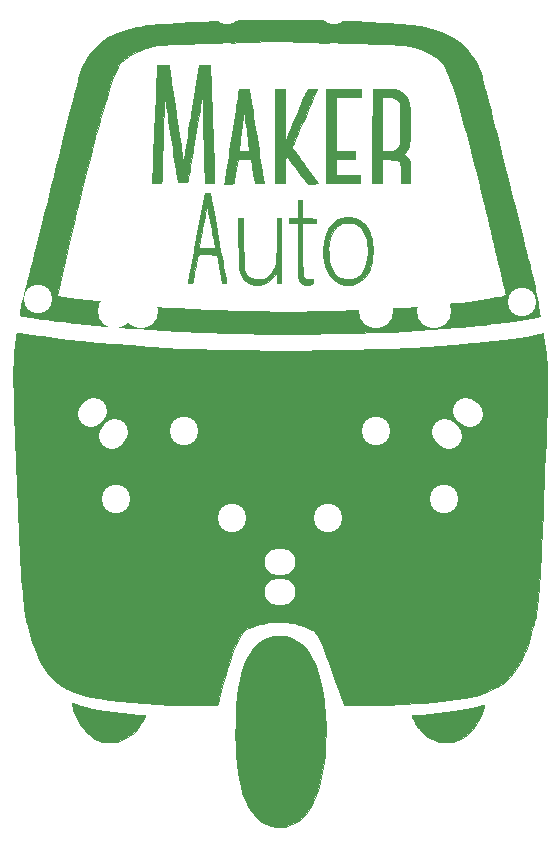
<source format=gto>
%TF.GenerationSoftware,KiCad,Pcbnew,4.1.0-alpha+201607210716+6990~46~ubuntu15.10.1-product*%
%TF.CreationDate,2016-08-13T23:10:28+05:30*%
%TF.ProjectId,makerauto,6D616B65726175746F2E6B696361645F,rev?*%
%TF.FileFunction,Legend,Top*%
%FSLAX46Y46*%
G04 Gerber Fmt 4.6, Leading zero omitted, Abs format (unit mm)*
G04 Created by KiCad (PCBNEW 4.1.0-alpha+201607210716+6990~46~ubuntu15.10.1-product) date Sat Aug 13 23:10:28 2016*
%MOMM*%
%LPD*%
G01*
G04 APERTURE LIST*
%ADD10C,0.050800*%
%ADD11C,0.010000*%
%ADD12C,2.900000*%
%ADD13C,6.496000*%
%ADD14O,2.600000X2.200000*%
%ADD15C,2.200000*%
%ADD16C,2.400000*%
G04 APERTURE END LIST*
D10*
D11*
G36*
X100386282Y-118026084D02*
X100837757Y-118130563D01*
X101254119Y-118306943D01*
X101637935Y-118557062D01*
X101991774Y-118882758D01*
X102318204Y-119285870D01*
X102619793Y-119768238D01*
X102764607Y-120044833D01*
X102995880Y-120567051D01*
X103196830Y-121139640D01*
X103369964Y-121771320D01*
X103517788Y-122470808D01*
X103598185Y-122944666D01*
X103675109Y-123471456D01*
X103734290Y-123957858D01*
X103777513Y-124428048D01*
X103806561Y-124906203D01*
X103823218Y-125416499D01*
X103829270Y-125983113D01*
X103829373Y-126077333D01*
X103807282Y-127137758D01*
X103740550Y-128131505D01*
X103628488Y-129064259D01*
X103470405Y-129941705D01*
X103265613Y-130769530D01*
X103256813Y-130800393D01*
X103036709Y-131471476D01*
X102781953Y-132071093D01*
X102493532Y-132598022D01*
X102172433Y-133051043D01*
X101819642Y-133428934D01*
X101436148Y-133730474D01*
X101022936Y-133954444D01*
X100592024Y-134097046D01*
X100365513Y-134133757D01*
X100090470Y-134153396D01*
X99797896Y-134155912D01*
X99518788Y-134141258D01*
X99284144Y-134109383D01*
X99238000Y-134099192D01*
X98795316Y-133948342D01*
X98386302Y-133719877D01*
X98011103Y-133413926D01*
X97669862Y-133030619D01*
X97362723Y-132570086D01*
X97192839Y-132252641D01*
X96978486Y-131775263D01*
X96792053Y-131266435D01*
X96632710Y-130720459D01*
X96499623Y-130131636D01*
X96391960Y-129494266D01*
X96308888Y-128802651D01*
X96249575Y-128051092D01*
X96213189Y-127233889D01*
X96198896Y-126345345D01*
X96204162Y-125484666D01*
X96211633Y-125039871D01*
X96219769Y-124666292D01*
X96229292Y-124350476D01*
X96240923Y-124078974D01*
X96255384Y-123838332D01*
X96273396Y-123615100D01*
X96295680Y-123395827D01*
X96322959Y-123167061D01*
X96332449Y-123092833D01*
X96435743Y-122392388D01*
X96555893Y-121764529D01*
X96695858Y-121198322D01*
X96858596Y-120682837D01*
X97047065Y-120207138D01*
X97201393Y-119881088D01*
X97487960Y-119379833D01*
X97799669Y-118958474D01*
X98138865Y-118615367D01*
X98507893Y-118348867D01*
X98909101Y-118157331D01*
X99344833Y-118039114D01*
X99817437Y-117992571D01*
X99897127Y-117991666D01*
X100386282Y-118026084D01*
X100386282Y-118026084D01*
G37*
X100386282Y-118026084D02*
X100837757Y-118130563D01*
X101254119Y-118306943D01*
X101637935Y-118557062D01*
X101991774Y-118882758D01*
X102318204Y-119285870D01*
X102619793Y-119768238D01*
X102764607Y-120044833D01*
X102995880Y-120567051D01*
X103196830Y-121139640D01*
X103369964Y-121771320D01*
X103517788Y-122470808D01*
X103598185Y-122944666D01*
X103675109Y-123471456D01*
X103734290Y-123957858D01*
X103777513Y-124428048D01*
X103806561Y-124906203D01*
X103823218Y-125416499D01*
X103829270Y-125983113D01*
X103829373Y-126077333D01*
X103807282Y-127137758D01*
X103740550Y-128131505D01*
X103628488Y-129064259D01*
X103470405Y-129941705D01*
X103265613Y-130769530D01*
X103256813Y-130800393D01*
X103036709Y-131471476D01*
X102781953Y-132071093D01*
X102493532Y-132598022D01*
X102172433Y-133051043D01*
X101819642Y-133428934D01*
X101436148Y-133730474D01*
X101022936Y-133954444D01*
X100592024Y-134097046D01*
X100365513Y-134133757D01*
X100090470Y-134153396D01*
X99797896Y-134155912D01*
X99518788Y-134141258D01*
X99284144Y-134109383D01*
X99238000Y-134099192D01*
X98795316Y-133948342D01*
X98386302Y-133719877D01*
X98011103Y-133413926D01*
X97669862Y-133030619D01*
X97362723Y-132570086D01*
X97192839Y-132252641D01*
X96978486Y-131775263D01*
X96792053Y-131266435D01*
X96632710Y-130720459D01*
X96499623Y-130131636D01*
X96391960Y-129494266D01*
X96308888Y-128802651D01*
X96249575Y-128051092D01*
X96213189Y-127233889D01*
X96198896Y-126345345D01*
X96204162Y-125484666D01*
X96211633Y-125039871D01*
X96219769Y-124666292D01*
X96229292Y-124350476D01*
X96240923Y-124078974D01*
X96255384Y-123838332D01*
X96273396Y-123615100D01*
X96295680Y-123395827D01*
X96322959Y-123167061D01*
X96332449Y-123092833D01*
X96435743Y-122392388D01*
X96555893Y-121764529D01*
X96695858Y-121198322D01*
X96858596Y-120682837D01*
X97047065Y-120207138D01*
X97201393Y-119881088D01*
X97487960Y-119379833D01*
X97799669Y-118958474D01*
X98138865Y-118615367D01*
X98507893Y-118348867D01*
X98909101Y-118157331D01*
X99344833Y-118039114D01*
X99817437Y-117992571D01*
X99897127Y-117991666D01*
X100386282Y-118026084D01*
G36*
X82368252Y-123679818D02*
X82473253Y-123710713D01*
X82618710Y-123761218D01*
X82688251Y-123787233D01*
X83057784Y-123911354D01*
X83503608Y-124031852D01*
X84017378Y-124147374D01*
X84590750Y-124256570D01*
X85215379Y-124358088D01*
X85882920Y-124450577D01*
X86585028Y-124532686D01*
X87313359Y-124603062D01*
X88059567Y-124660355D01*
X88093750Y-124662625D01*
X88277321Y-124678594D01*
X88421288Y-124698586D01*
X88508874Y-124719852D01*
X88527666Y-124733679D01*
X88505298Y-124807388D01*
X88444423Y-124934940D01*
X88354383Y-125100326D01*
X88244521Y-125287542D01*
X88124179Y-125480579D01*
X88002701Y-125663433D01*
X87907293Y-125796547D01*
X87570330Y-126184138D01*
X87195336Y-126502073D01*
X86788002Y-126746439D01*
X86354018Y-126913321D01*
X86241024Y-126942713D01*
X86002968Y-126980923D01*
X85715598Y-127000085D01*
X85411284Y-127000256D01*
X85122398Y-126981491D01*
X84881309Y-126943846D01*
X84866350Y-126940334D01*
X84504458Y-126824507D01*
X84172123Y-126655046D01*
X83851949Y-126421607D01*
X83595833Y-126184814D01*
X83334983Y-125900967D01*
X83115068Y-125609229D01*
X82922213Y-125287773D01*
X82742546Y-124914770D01*
X82653073Y-124701500D01*
X82562169Y-124468225D01*
X82479460Y-124241210D01*
X82409472Y-124034529D01*
X82356730Y-123862253D01*
X82325759Y-123738458D01*
X82321086Y-123677215D01*
X82322796Y-123674425D01*
X82368252Y-123679818D01*
X82368252Y-123679818D01*
G37*
X82368252Y-123679818D02*
X82473253Y-123710713D01*
X82618710Y-123761218D01*
X82688251Y-123787233D01*
X83057784Y-123911354D01*
X83503608Y-124031852D01*
X84017378Y-124147374D01*
X84590750Y-124256570D01*
X85215379Y-124358088D01*
X85882920Y-124450577D01*
X86585028Y-124532686D01*
X87313359Y-124603062D01*
X88059567Y-124660355D01*
X88093750Y-124662625D01*
X88277321Y-124678594D01*
X88421288Y-124698586D01*
X88508874Y-124719852D01*
X88527666Y-124733679D01*
X88505298Y-124807388D01*
X88444423Y-124934940D01*
X88354383Y-125100326D01*
X88244521Y-125287542D01*
X88124179Y-125480579D01*
X88002701Y-125663433D01*
X87907293Y-125796547D01*
X87570330Y-126184138D01*
X87195336Y-126502073D01*
X86788002Y-126746439D01*
X86354018Y-126913321D01*
X86241024Y-126942713D01*
X86002968Y-126980923D01*
X85715598Y-127000085D01*
X85411284Y-127000256D01*
X85122398Y-126981491D01*
X84881309Y-126943846D01*
X84866350Y-126940334D01*
X84504458Y-126824507D01*
X84172123Y-126655046D01*
X83851949Y-126421607D01*
X83595833Y-126184814D01*
X83334983Y-125900967D01*
X83115068Y-125609229D01*
X82922213Y-125287773D01*
X82742546Y-124914770D01*
X82653073Y-124701500D01*
X82562169Y-124468225D01*
X82479460Y-124241210D01*
X82409472Y-124034529D01*
X82356730Y-123862253D01*
X82325759Y-123738458D01*
X82321086Y-123677215D01*
X82322796Y-123674425D01*
X82368252Y-123679818D01*
G36*
X117273936Y-123881990D02*
X117253753Y-123982299D01*
X117197425Y-124148894D01*
X117185097Y-124182916D01*
X117052389Y-124518421D01*
X116896394Y-124865667D01*
X116730092Y-125198015D01*
X116566467Y-125488830D01*
X116488588Y-125612035D01*
X116205551Y-125977950D01*
X115874747Y-126303303D01*
X115510398Y-126577571D01*
X115126726Y-126790235D01*
X114737953Y-126930773D01*
X114689666Y-126942754D01*
X114440210Y-126983297D01*
X114147153Y-127002833D01*
X113840383Y-127001689D01*
X113549789Y-126980189D01*
X113305258Y-126938661D01*
X113261701Y-126927182D01*
X112825329Y-126759249D01*
X112414944Y-126515465D01*
X112040566Y-126203123D01*
X111712213Y-125829518D01*
X111664347Y-125764165D01*
X111589398Y-125650431D01*
X111498958Y-125500234D01*
X111401637Y-125329616D01*
X111306045Y-125154615D01*
X111220791Y-124991272D01*
X111154484Y-124855627D01*
X111115734Y-124763719D01*
X111110498Y-124732305D01*
X111154083Y-124725698D01*
X111268989Y-124714128D01*
X111442090Y-124698757D01*
X111660263Y-124680745D01*
X111910383Y-124661254D01*
X111933231Y-124659526D01*
X112646243Y-124600616D01*
X113336701Y-124533555D01*
X113997362Y-124459447D01*
X114620982Y-124379395D01*
X115200318Y-124294501D01*
X115728129Y-124205869D01*
X116197170Y-124114601D01*
X116600200Y-124021801D01*
X116929974Y-123928571D01*
X117083413Y-123875272D01*
X117192188Y-123838827D01*
X117254555Y-123837616D01*
X117273936Y-123881990D01*
X117273936Y-123881990D01*
G37*
X117273936Y-123881990D02*
X117253753Y-123982299D01*
X117197425Y-124148894D01*
X117185097Y-124182916D01*
X117052389Y-124518421D01*
X116896394Y-124865667D01*
X116730092Y-125198015D01*
X116566467Y-125488830D01*
X116488588Y-125612035D01*
X116205551Y-125977950D01*
X115874747Y-126303303D01*
X115510398Y-126577571D01*
X115126726Y-126790235D01*
X114737953Y-126930773D01*
X114689666Y-126942754D01*
X114440210Y-126983297D01*
X114147153Y-127002833D01*
X113840383Y-127001689D01*
X113549789Y-126980189D01*
X113305258Y-126938661D01*
X113261701Y-126927182D01*
X112825329Y-126759249D01*
X112414944Y-126515465D01*
X112040566Y-126203123D01*
X111712213Y-125829518D01*
X111664347Y-125764165D01*
X111589398Y-125650431D01*
X111498958Y-125500234D01*
X111401637Y-125329616D01*
X111306045Y-125154615D01*
X111220791Y-124991272D01*
X111154484Y-124855627D01*
X111115734Y-124763719D01*
X111110498Y-124732305D01*
X111154083Y-124725698D01*
X111268989Y-124714128D01*
X111442090Y-124698757D01*
X111660263Y-124680745D01*
X111910383Y-124661254D01*
X111933231Y-124659526D01*
X112646243Y-124600616D01*
X113336701Y-124533555D01*
X113997362Y-124459447D01*
X114620982Y-124379395D01*
X115200318Y-124294501D01*
X115728129Y-124205869D01*
X116197170Y-124114601D01*
X116600200Y-124021801D01*
X116929974Y-123928571D01*
X117083413Y-123875272D01*
X117192188Y-123838827D01*
X117254555Y-123837616D01*
X117273936Y-123881990D01*
G36*
X77712878Y-92349345D02*
X77828180Y-92363558D01*
X78005230Y-92387633D01*
X78233062Y-92420043D01*
X78500712Y-92459256D01*
X78796252Y-92503598D01*
X79791458Y-92646217D01*
X80864258Y-92783873D01*
X82015750Y-92916677D01*
X83247035Y-93044741D01*
X84559210Y-93168179D01*
X85953376Y-93287103D01*
X87430631Y-93401624D01*
X87947796Y-93439276D01*
X91469833Y-93691699D01*
X95957166Y-93804251D01*
X100444500Y-93916802D01*
X109292166Y-93729444D01*
X112636500Y-93498386D01*
X113293747Y-93452676D01*
X113876721Y-93411358D01*
X114395650Y-93373524D01*
X114860762Y-93338262D01*
X115282283Y-93304664D01*
X115670442Y-93271818D01*
X116035466Y-93238815D01*
X116387582Y-93204746D01*
X116737019Y-93168700D01*
X117094004Y-93129767D01*
X117468764Y-93087037D01*
X117871527Y-93039601D01*
X118097500Y-93012522D01*
X118888825Y-92915147D01*
X119597068Y-92823547D01*
X120222010Y-92737756D01*
X120763429Y-92657805D01*
X121221108Y-92583729D01*
X121594826Y-92515559D01*
X121884363Y-92453329D01*
X121943933Y-92438610D01*
X122076752Y-92407152D01*
X122171711Y-92389295D01*
X122204879Y-92388210D01*
X122218683Y-92436186D01*
X122242040Y-92554098D01*
X122272759Y-92728035D01*
X122308653Y-92944084D01*
X122347532Y-93188333D01*
X122387208Y-93446871D01*
X122425492Y-93705784D01*
X122460196Y-93951162D01*
X122489130Y-94169091D01*
X122503291Y-94285000D01*
X122528775Y-94559131D01*
X122550598Y-94905255D01*
X122568580Y-95310767D01*
X122582539Y-95763064D01*
X122592295Y-96249543D01*
X122597667Y-96757600D01*
X122598475Y-97274632D01*
X122594539Y-97788035D01*
X122585677Y-98285207D01*
X122571708Y-98753544D01*
X122568527Y-98836589D01*
X122512759Y-100235350D01*
X122459937Y-101552321D01*
X122409907Y-102790323D01*
X122362514Y-103952176D01*
X122317603Y-105040701D01*
X122275019Y-106058718D01*
X122234609Y-107009046D01*
X122196217Y-107894508D01*
X122159688Y-108717922D01*
X122124869Y-109482110D01*
X122091603Y-110189891D01*
X122059738Y-110844086D01*
X122029118Y-111447516D01*
X121999588Y-112003000D01*
X121970993Y-112513359D01*
X121943180Y-112981414D01*
X121915993Y-113409984D01*
X121889278Y-113801890D01*
X121862880Y-114159953D01*
X121836644Y-114486993D01*
X121810417Y-114785830D01*
X121784042Y-115059284D01*
X121757366Y-115310176D01*
X121730234Y-115541326D01*
X121702490Y-115755555D01*
X121673982Y-115955682D01*
X121644553Y-116144529D01*
X121614049Y-116324915D01*
X121607520Y-116361833D01*
X121571716Y-116529578D01*
X121513508Y-116763038D01*
X121437215Y-117047585D01*
X121347150Y-117368594D01*
X121247632Y-117711440D01*
X121142975Y-118061495D01*
X121037497Y-118404133D01*
X120935514Y-118724730D01*
X120841343Y-119008658D01*
X120759298Y-119241292D01*
X120751742Y-119261666D01*
X120468572Y-119933856D01*
X120145793Y-120533628D01*
X119779176Y-121065485D01*
X119364492Y-121533929D01*
X118897511Y-121943463D01*
X118374003Y-122298590D01*
X117789740Y-122603811D01*
X117492501Y-122731486D01*
X117167995Y-122853610D01*
X116835386Y-122959831D01*
X116475964Y-123055067D01*
X116071021Y-123144233D01*
X115601847Y-123232247D01*
X115557500Y-123239989D01*
X114901816Y-123347663D01*
X114246421Y-123442198D01*
X113578632Y-123524829D01*
X112885769Y-123596792D01*
X112155148Y-123659320D01*
X111374089Y-123713649D01*
X110529909Y-123761012D01*
X109906000Y-123790191D01*
X109491227Y-123806820D01*
X109052440Y-123821891D01*
X108600287Y-123835232D01*
X108145415Y-123846669D01*
X107698473Y-123856032D01*
X107270110Y-123863149D01*
X106870974Y-123867846D01*
X106511713Y-123869953D01*
X106202975Y-123869297D01*
X105955409Y-123865706D01*
X105779663Y-123859008D01*
X105754028Y-123857277D01*
X105348556Y-123826856D01*
X104953308Y-122655511D01*
X104659550Y-121794652D01*
X104386702Y-121015271D01*
X104134556Y-120316855D01*
X103902902Y-119698890D01*
X103691531Y-119160864D01*
X103500232Y-118702265D01*
X103328798Y-118322580D01*
X103177017Y-118021296D01*
X103044682Y-117797900D01*
X102931581Y-117651880D01*
X102895306Y-117617967D01*
X102665915Y-117462012D01*
X102364880Y-117309583D01*
X102005209Y-117165892D01*
X101599908Y-117036147D01*
X101172392Y-116927862D01*
X100868871Y-116875981D01*
X100506753Y-116838935D01*
X100110914Y-116817401D01*
X99706233Y-116812058D01*
X99317586Y-116823584D01*
X98969851Y-116852659D01*
X98875093Y-116865217D01*
X98400683Y-116951873D01*
X97957954Y-117066117D01*
X97560294Y-117203382D01*
X97221094Y-117359100D01*
X96973166Y-117513989D01*
X96819061Y-117665385D01*
X96653569Y-117896996D01*
X96478012Y-118205328D01*
X96293709Y-118586887D01*
X96101979Y-119038180D01*
X95904143Y-119555714D01*
X95701521Y-120135995D01*
X95495431Y-120775529D01*
X95287195Y-121470824D01*
X95078132Y-122218386D01*
X94869561Y-123014720D01*
X94818831Y-123216284D01*
X94765045Y-123426848D01*
X94716775Y-123606908D01*
X94678341Y-123741005D01*
X94654060Y-123813676D01*
X94649717Y-123821726D01*
X94602116Y-123828715D01*
X94481342Y-123835235D01*
X94298889Y-123841167D01*
X94066249Y-123846390D01*
X93794915Y-123850785D01*
X93496380Y-123854233D01*
X93182138Y-123856612D01*
X92863682Y-123857804D01*
X92552504Y-123857688D01*
X92260098Y-123856145D01*
X91997957Y-123853056D01*
X91872000Y-123850679D01*
X90672832Y-123815386D01*
X89520923Y-123763731D01*
X88421584Y-123696183D01*
X87380127Y-123613207D01*
X86401862Y-123515273D01*
X85492100Y-123402848D01*
X84656154Y-123276399D01*
X84007977Y-123158315D01*
X83248712Y-122976507D01*
X82556754Y-122744897D01*
X81929245Y-122461073D01*
X81363333Y-122122623D01*
X80856161Y-121727136D01*
X80404874Y-121272200D01*
X80006617Y-120755403D01*
X79658534Y-120174333D01*
X79357772Y-119526580D01*
X79194539Y-119092528D01*
X79106615Y-118831122D01*
X79008453Y-118526466D01*
X78904864Y-118194722D01*
X78800660Y-117852052D01*
X78700653Y-117514616D01*
X78609655Y-117198577D01*
X78532479Y-116920095D01*
X78473934Y-116695331D01*
X78448144Y-116585661D01*
X78399516Y-116336820D01*
X78352036Y-116039914D01*
X78305538Y-115692437D01*
X78259853Y-115291884D01*
X78214813Y-114835751D01*
X78170250Y-114321533D01*
X78125996Y-113746725D01*
X78081882Y-113108822D01*
X78037742Y-112405320D01*
X77993407Y-111633714D01*
X77948709Y-110791498D01*
X77903480Y-109876169D01*
X77857552Y-108885221D01*
X77810758Y-107816149D01*
X77762928Y-106666449D01*
X77733259Y-105926666D01*
X77707395Y-105275188D01*
X77680809Y-104608898D01*
X77653902Y-103937673D01*
X77627074Y-103271391D01*
X77600729Y-102619930D01*
X77575266Y-101993168D01*
X77551087Y-101400982D01*
X77528594Y-100853252D01*
X77508188Y-100359854D01*
X77490271Y-99930667D01*
X77475243Y-99575568D01*
X77474384Y-99555500D01*
X77433209Y-98442389D01*
X77408054Y-97403155D01*
X77398893Y-96439085D01*
X77405701Y-95551467D01*
X77428452Y-94741587D01*
X77467121Y-94010732D01*
X77521683Y-93360190D01*
X77592112Y-92791248D01*
X77609867Y-92676333D01*
X77635373Y-92523272D01*
X77656441Y-92407084D01*
X77669152Y-92349161D01*
X77670285Y-92346525D01*
X77712878Y-92349345D01*
X77712878Y-92349345D01*
G37*
X77712878Y-92349345D02*
X77828180Y-92363558D01*
X78005230Y-92387633D01*
X78233062Y-92420043D01*
X78500712Y-92459256D01*
X78796252Y-92503598D01*
X79791458Y-92646217D01*
X80864258Y-92783873D01*
X82015750Y-92916677D01*
X83247035Y-93044741D01*
X84559210Y-93168179D01*
X85953376Y-93287103D01*
X87430631Y-93401624D01*
X87947796Y-93439276D01*
X91469833Y-93691699D01*
X95957166Y-93804251D01*
X100444500Y-93916802D01*
X109292166Y-93729444D01*
X112636500Y-93498386D01*
X113293747Y-93452676D01*
X113876721Y-93411358D01*
X114395650Y-93373524D01*
X114860762Y-93338262D01*
X115282283Y-93304664D01*
X115670442Y-93271818D01*
X116035466Y-93238815D01*
X116387582Y-93204746D01*
X116737019Y-93168700D01*
X117094004Y-93129767D01*
X117468764Y-93087037D01*
X117871527Y-93039601D01*
X118097500Y-93012522D01*
X118888825Y-92915147D01*
X119597068Y-92823547D01*
X120222010Y-92737756D01*
X120763429Y-92657805D01*
X121221108Y-92583729D01*
X121594826Y-92515559D01*
X121884363Y-92453329D01*
X121943933Y-92438610D01*
X122076752Y-92407152D01*
X122171711Y-92389295D01*
X122204879Y-92388210D01*
X122218683Y-92436186D01*
X122242040Y-92554098D01*
X122272759Y-92728035D01*
X122308653Y-92944084D01*
X122347532Y-93188333D01*
X122387208Y-93446871D01*
X122425492Y-93705784D01*
X122460196Y-93951162D01*
X122489130Y-94169091D01*
X122503291Y-94285000D01*
X122528775Y-94559131D01*
X122550598Y-94905255D01*
X122568580Y-95310767D01*
X122582539Y-95763064D01*
X122592295Y-96249543D01*
X122597667Y-96757600D01*
X122598475Y-97274632D01*
X122594539Y-97788035D01*
X122585677Y-98285207D01*
X122571708Y-98753544D01*
X122568527Y-98836589D01*
X122512759Y-100235350D01*
X122459937Y-101552321D01*
X122409907Y-102790323D01*
X122362514Y-103952176D01*
X122317603Y-105040701D01*
X122275019Y-106058718D01*
X122234609Y-107009046D01*
X122196217Y-107894508D01*
X122159688Y-108717922D01*
X122124869Y-109482110D01*
X122091603Y-110189891D01*
X122059738Y-110844086D01*
X122029118Y-111447516D01*
X121999588Y-112003000D01*
X121970993Y-112513359D01*
X121943180Y-112981414D01*
X121915993Y-113409984D01*
X121889278Y-113801890D01*
X121862880Y-114159953D01*
X121836644Y-114486993D01*
X121810417Y-114785830D01*
X121784042Y-115059284D01*
X121757366Y-115310176D01*
X121730234Y-115541326D01*
X121702490Y-115755555D01*
X121673982Y-115955682D01*
X121644553Y-116144529D01*
X121614049Y-116324915D01*
X121607520Y-116361833D01*
X121571716Y-116529578D01*
X121513508Y-116763038D01*
X121437215Y-117047585D01*
X121347150Y-117368594D01*
X121247632Y-117711440D01*
X121142975Y-118061495D01*
X121037497Y-118404133D01*
X120935514Y-118724730D01*
X120841343Y-119008658D01*
X120759298Y-119241292D01*
X120751742Y-119261666D01*
X120468572Y-119933856D01*
X120145793Y-120533628D01*
X119779176Y-121065485D01*
X119364492Y-121533929D01*
X118897511Y-121943463D01*
X118374003Y-122298590D01*
X117789740Y-122603811D01*
X117492501Y-122731486D01*
X117167995Y-122853610D01*
X116835386Y-122959831D01*
X116475964Y-123055067D01*
X116071021Y-123144233D01*
X115601847Y-123232247D01*
X115557500Y-123239989D01*
X114901816Y-123347663D01*
X114246421Y-123442198D01*
X113578632Y-123524829D01*
X112885769Y-123596792D01*
X112155148Y-123659320D01*
X111374089Y-123713649D01*
X110529909Y-123761012D01*
X109906000Y-123790191D01*
X109491227Y-123806820D01*
X109052440Y-123821891D01*
X108600287Y-123835232D01*
X108145415Y-123846669D01*
X107698473Y-123856032D01*
X107270110Y-123863149D01*
X106870974Y-123867846D01*
X106511713Y-123869953D01*
X106202975Y-123869297D01*
X105955409Y-123865706D01*
X105779663Y-123859008D01*
X105754028Y-123857277D01*
X105348556Y-123826856D01*
X104953308Y-122655511D01*
X104659550Y-121794652D01*
X104386702Y-121015271D01*
X104134556Y-120316855D01*
X103902902Y-119698890D01*
X103691531Y-119160864D01*
X103500232Y-118702265D01*
X103328798Y-118322580D01*
X103177017Y-118021296D01*
X103044682Y-117797900D01*
X102931581Y-117651880D01*
X102895306Y-117617967D01*
X102665915Y-117462012D01*
X102364880Y-117309583D01*
X102005209Y-117165892D01*
X101599908Y-117036147D01*
X101172392Y-116927862D01*
X100868871Y-116875981D01*
X100506753Y-116838935D01*
X100110914Y-116817401D01*
X99706233Y-116812058D01*
X99317586Y-116823584D01*
X98969851Y-116852659D01*
X98875093Y-116865217D01*
X98400683Y-116951873D01*
X97957954Y-117066117D01*
X97560294Y-117203382D01*
X97221094Y-117359100D01*
X96973166Y-117513989D01*
X96819061Y-117665385D01*
X96653569Y-117896996D01*
X96478012Y-118205328D01*
X96293709Y-118586887D01*
X96101979Y-119038180D01*
X95904143Y-119555714D01*
X95701521Y-120135995D01*
X95495431Y-120775529D01*
X95287195Y-121470824D01*
X95078132Y-122218386D01*
X94869561Y-123014720D01*
X94818831Y-123216284D01*
X94765045Y-123426848D01*
X94716775Y-123606908D01*
X94678341Y-123741005D01*
X94654060Y-123813676D01*
X94649717Y-123821726D01*
X94602116Y-123828715D01*
X94481342Y-123835235D01*
X94298889Y-123841167D01*
X94066249Y-123846390D01*
X93794915Y-123850785D01*
X93496380Y-123854233D01*
X93182138Y-123856612D01*
X92863682Y-123857804D01*
X92552504Y-123857688D01*
X92260098Y-123856145D01*
X91997957Y-123853056D01*
X91872000Y-123850679D01*
X90672832Y-123815386D01*
X89520923Y-123763731D01*
X88421584Y-123696183D01*
X87380127Y-123613207D01*
X86401862Y-123515273D01*
X85492100Y-123402848D01*
X84656154Y-123276399D01*
X84007977Y-123158315D01*
X83248712Y-122976507D01*
X82556754Y-122744897D01*
X81929245Y-122461073D01*
X81363333Y-122122623D01*
X80856161Y-121727136D01*
X80404874Y-121272200D01*
X80006617Y-120755403D01*
X79658534Y-120174333D01*
X79357772Y-119526580D01*
X79194539Y-119092528D01*
X79106615Y-118831122D01*
X79008453Y-118526466D01*
X78904864Y-118194722D01*
X78800660Y-117852052D01*
X78700653Y-117514616D01*
X78609655Y-117198577D01*
X78532479Y-116920095D01*
X78473934Y-116695331D01*
X78448144Y-116585661D01*
X78399516Y-116336820D01*
X78352036Y-116039914D01*
X78305538Y-115692437D01*
X78259853Y-115291884D01*
X78214813Y-114835751D01*
X78170250Y-114321533D01*
X78125996Y-113746725D01*
X78081882Y-113108822D01*
X78037742Y-112405320D01*
X77993407Y-111633714D01*
X77948709Y-110791498D01*
X77903480Y-109876169D01*
X77857552Y-108885221D01*
X77810758Y-107816149D01*
X77762928Y-106666449D01*
X77733259Y-105926666D01*
X77707395Y-105275188D01*
X77680809Y-104608898D01*
X77653902Y-103937673D01*
X77627074Y-103271391D01*
X77600729Y-102619930D01*
X77575266Y-101993168D01*
X77551087Y-101400982D01*
X77528594Y-100853252D01*
X77508188Y-100359854D01*
X77490271Y-99930667D01*
X77475243Y-99575568D01*
X77474384Y-99555500D01*
X77433209Y-98442389D01*
X77408054Y-97403155D01*
X77398893Y-96439085D01*
X77405701Y-95551467D01*
X77428452Y-94741587D01*
X77467121Y-94010732D01*
X77521683Y-93360190D01*
X77592112Y-92791248D01*
X77609867Y-92676333D01*
X77635373Y-92523272D01*
X77656441Y-92407084D01*
X77669152Y-92349161D01*
X77670285Y-92346525D01*
X77712878Y-92349345D01*
G36*
X101134647Y-65862933D02*
X101898699Y-65865223D01*
X102598882Y-65869389D01*
X103245591Y-65875718D01*
X103849220Y-65884500D01*
X104420163Y-65896023D01*
X104968814Y-65910574D01*
X105505568Y-65928441D01*
X106040819Y-65949913D01*
X106584960Y-65975278D01*
X107148386Y-66004824D01*
X107741492Y-66038840D01*
X108374671Y-66077612D01*
X108614833Y-66092816D01*
X109270176Y-66136115D01*
X109849318Y-66177880D01*
X110360690Y-66219130D01*
X110812717Y-66260885D01*
X111213830Y-66304164D01*
X111572457Y-66349985D01*
X111897025Y-66399368D01*
X112195962Y-66453331D01*
X112477698Y-66512895D01*
X112750661Y-66579077D01*
X112848166Y-66604655D01*
X113561923Y-66829626D01*
X114209384Y-67106307D01*
X114792865Y-67436794D01*
X115314678Y-67823187D01*
X115777138Y-68267582D01*
X116182558Y-68772077D01*
X116533252Y-69338770D01*
X116831534Y-69969758D01*
X116974272Y-70345500D01*
X116998184Y-70425430D01*
X117041461Y-70583255D01*
X117103017Y-70814709D01*
X117181765Y-71115527D01*
X117276620Y-71481443D01*
X117386494Y-71908194D01*
X117510301Y-72391512D01*
X117646955Y-72927135D01*
X117795369Y-73510795D01*
X117954457Y-74138228D01*
X118123131Y-74805169D01*
X118300307Y-75507354D01*
X118484896Y-76240515D01*
X118675814Y-77000389D01*
X118871972Y-77782711D01*
X119050148Y-78494666D01*
X119252428Y-79303351D01*
X119451640Y-80099154D01*
X119646602Y-80877382D01*
X119836132Y-81633341D01*
X120019049Y-82362335D01*
X120194171Y-83059671D01*
X120360315Y-83720653D01*
X120516301Y-84340588D01*
X120660947Y-84914781D01*
X120793071Y-85438537D01*
X120911492Y-85907163D01*
X121015027Y-86315963D01*
X121102495Y-86660243D01*
X121172714Y-86935310D01*
X121224503Y-87136468D01*
X121250668Y-87236500D01*
X121312198Y-87480423D01*
X121379215Y-87766884D01*
X121449854Y-88085937D01*
X121522247Y-88427635D01*
X121594526Y-88782033D01*
X121664824Y-89139186D01*
X121731274Y-89489148D01*
X121792008Y-89821973D01*
X121845160Y-90127716D01*
X121888861Y-90396431D01*
X121921245Y-90618172D01*
X121940443Y-90782994D01*
X121944590Y-90880951D01*
X121939153Y-90903421D01*
X121886126Y-90923385D01*
X121763371Y-90955297D01*
X121584521Y-90996287D01*
X121363209Y-91043486D01*
X121113066Y-91094026D01*
X120847727Y-91145037D01*
X120580822Y-91193650D01*
X120461863Y-91214317D01*
X120341029Y-91232975D01*
X120146378Y-91260556D01*
X119888133Y-91295714D01*
X119576518Y-91337102D01*
X119221757Y-91383375D01*
X118834074Y-91433188D01*
X118423693Y-91485194D01*
X118027696Y-91534714D01*
X117615013Y-91585484D01*
X117235071Y-91630975D01*
X116877552Y-91672134D01*
X116532141Y-91709906D01*
X116188522Y-91745237D01*
X115836379Y-91779073D01*
X115465396Y-91812360D01*
X115065258Y-91846042D01*
X114625648Y-91881067D01*
X114136251Y-91918378D01*
X113586750Y-91958924D01*
X112966830Y-92003648D01*
X112721702Y-92021149D01*
X109462571Y-92253322D01*
X104868868Y-92358810D01*
X104252525Y-92372909D01*
X103660092Y-92386356D01*
X103097042Y-92399030D01*
X102568847Y-92410815D01*
X102080978Y-92421591D01*
X101638909Y-92431240D01*
X101248110Y-92439644D01*
X100914053Y-92446683D01*
X100642212Y-92452240D01*
X100438057Y-92456196D01*
X100307062Y-92458432D01*
X100254697Y-92458830D01*
X100254000Y-92458765D01*
X100209683Y-92456918D01*
X100086265Y-92453005D01*
X99889284Y-92447180D01*
X99624274Y-92439594D01*
X99296775Y-92430401D01*
X98912320Y-92419752D01*
X98476449Y-92407801D01*
X97994697Y-92394700D01*
X97472601Y-92380601D01*
X96915698Y-92365657D01*
X96329524Y-92350021D01*
X95745500Y-92334530D01*
X91258166Y-92215828D01*
X87829166Y-91959898D01*
X87131735Y-91907428D01*
X86507820Y-91859483D01*
X85946454Y-91815047D01*
X85436669Y-91773104D01*
X84967494Y-91732638D01*
X84527963Y-91692634D01*
X84107108Y-91652075D01*
X83693958Y-91609946D01*
X83277548Y-91565230D01*
X82846907Y-91516913D01*
X82391067Y-91463977D01*
X82093000Y-91428634D01*
X81595796Y-91368470D01*
X81101612Y-91307106D01*
X80617718Y-91245555D01*
X80151383Y-91184827D01*
X79709875Y-91125933D01*
X79300464Y-91069887D01*
X78930418Y-91017698D01*
X78607006Y-90970380D01*
X78337498Y-90928943D01*
X78129162Y-90894399D01*
X77989266Y-90867760D01*
X77925081Y-90850037D01*
X77922440Y-90848218D01*
X77923060Y-90799693D01*
X77941744Y-90679510D01*
X77976148Y-90498182D01*
X78023931Y-90266224D01*
X78082750Y-89994148D01*
X78150263Y-89692468D01*
X78224128Y-89371697D01*
X78258538Y-89226166D01*
X81046843Y-89226166D01*
X82130838Y-89382566D01*
X82863654Y-89482791D01*
X83670939Y-89583065D01*
X84542500Y-89682395D01*
X85468146Y-89779786D01*
X86437686Y-89874244D01*
X87440927Y-89964775D01*
X88467678Y-90050385D01*
X89507747Y-90130079D01*
X90517333Y-90200633D01*
X91107840Y-90239521D01*
X91638416Y-90273481D01*
X92121889Y-90303080D01*
X92571089Y-90328883D01*
X92998845Y-90351453D01*
X93417987Y-90371355D01*
X93841343Y-90389155D01*
X94281745Y-90405417D01*
X94752020Y-90420705D01*
X95264999Y-90435585D01*
X95833510Y-90450621D01*
X96470384Y-90466377D01*
X96655666Y-90470827D01*
X97316553Y-90486666D01*
X97901999Y-90500650D01*
X98421209Y-90512784D01*
X98883387Y-90523073D01*
X99297738Y-90531522D01*
X99673469Y-90538136D01*
X100019782Y-90542919D01*
X100345884Y-90545877D01*
X100660980Y-90547014D01*
X100974274Y-90546334D01*
X101294971Y-90543844D01*
X101632276Y-90539547D01*
X101995395Y-90533448D01*
X102393532Y-90525553D01*
X102835892Y-90515866D01*
X103331680Y-90504392D01*
X103890101Y-90491135D01*
X104520360Y-90476101D01*
X104567718Y-90474975D01*
X105218947Y-90459330D01*
X105795693Y-90444989D01*
X106308121Y-90431497D01*
X106766399Y-90418401D01*
X107180691Y-90405248D01*
X107561163Y-90391585D01*
X107917981Y-90376957D01*
X108261310Y-90360911D01*
X108601317Y-90342994D01*
X108948166Y-90322753D01*
X109312024Y-90299734D01*
X109703057Y-90273483D01*
X110131429Y-90243548D01*
X110607307Y-90209474D01*
X110748384Y-90199279D01*
X111392023Y-90151974D01*
X111964602Y-90108152D01*
X112479595Y-90066545D01*
X112950476Y-90025882D01*
X113390719Y-89984894D01*
X113813796Y-89942311D01*
X114233182Y-89896864D01*
X114662351Y-89847283D01*
X115114776Y-89792298D01*
X115261166Y-89774044D01*
X115884631Y-89693887D01*
X116466181Y-89615105D01*
X117001395Y-89538469D01*
X117485850Y-89464746D01*
X117915124Y-89394706D01*
X118284794Y-89329118D01*
X118590440Y-89268752D01*
X118827637Y-89214376D01*
X118991965Y-89166761D01*
X119079001Y-89126675D01*
X119092333Y-89107630D01*
X119082643Y-89059976D01*
X119054545Y-88936121D01*
X119009500Y-88742165D01*
X118948967Y-88484210D01*
X118874406Y-88168357D01*
X118787277Y-87800708D01*
X118689040Y-87387364D01*
X118581154Y-86934425D01*
X118465079Y-86447993D01*
X118342274Y-85934170D01*
X118214201Y-85399056D01*
X118082317Y-84848754D01*
X117948084Y-84289363D01*
X117812961Y-83726986D01*
X117678407Y-83167723D01*
X117545883Y-82617676D01*
X117416847Y-82082946D01*
X117292761Y-81569634D01*
X117175084Y-81083842D01*
X117065275Y-80631670D01*
X117013956Y-80420833D01*
X116776402Y-79451239D01*
X116553832Y-78554700D01*
X116343684Y-77721442D01*
X116143393Y-76941689D01*
X115950398Y-76205668D01*
X115762134Y-75503606D01*
X115576039Y-74825728D01*
X115389550Y-74162259D01*
X115200103Y-73503427D01*
X115198913Y-73499333D01*
X115005173Y-72839061D01*
X114829729Y-72255305D01*
X114670392Y-71742427D01*
X114524975Y-71294793D01*
X114391290Y-70906765D01*
X114267148Y-70572709D01*
X114150360Y-70286987D01*
X114038740Y-70043963D01*
X113930099Y-69838003D01*
X113822247Y-69663468D01*
X113712999Y-69514724D01*
X113603229Y-69389339D01*
X113271451Y-69092593D01*
X112865340Y-68816875D01*
X112393550Y-68566429D01*
X111864735Y-68345498D01*
X111287548Y-68158325D01*
X110881706Y-68054749D01*
X110791294Y-68034928D01*
X110697745Y-68016727D01*
X110596516Y-67999945D01*
X110483061Y-67984377D01*
X110352838Y-67969822D01*
X110201301Y-67956076D01*
X110023908Y-67942937D01*
X109816113Y-67930203D01*
X109573373Y-67917670D01*
X109291144Y-67905135D01*
X108964881Y-67892397D01*
X108590040Y-67879252D01*
X108162078Y-67865498D01*
X107676450Y-67850931D01*
X107128612Y-67835350D01*
X106514020Y-67818552D01*
X105828130Y-67800333D01*
X105066398Y-67780491D01*
X104280057Y-67760253D01*
X99987615Y-67650214D01*
X96617724Y-67738825D01*
X95730043Y-67762140D01*
X94922776Y-67783348D01*
X94191704Y-67802653D01*
X93532605Y-67820258D01*
X92941261Y-67836369D01*
X92413449Y-67851187D01*
X91944951Y-67864918D01*
X91531545Y-67877765D01*
X91169011Y-67889931D01*
X90853129Y-67901622D01*
X90579678Y-67913039D01*
X90344439Y-67924388D01*
X90143190Y-67935871D01*
X89971711Y-67947693D01*
X89825782Y-67960058D01*
X89701183Y-67973169D01*
X89593692Y-67987230D01*
X89499091Y-68002445D01*
X89413158Y-68019018D01*
X89331673Y-68037152D01*
X89250415Y-68057051D01*
X89165165Y-68078919D01*
X89071702Y-68102960D01*
X89070542Y-68103255D01*
X88536376Y-68259727D01*
X88033643Y-68447435D01*
X87571550Y-68661256D01*
X87159304Y-68896064D01*
X86806114Y-69146735D01*
X86521185Y-69408144D01*
X86352256Y-69616195D01*
X86218832Y-69837117D01*
X86076632Y-70125950D01*
X85924696Y-70485253D01*
X85762065Y-70917585D01*
X85587777Y-71425505D01*
X85400874Y-72011572D01*
X85200395Y-72678345D01*
X85189320Y-72716166D01*
X85037721Y-73236752D01*
X84892256Y-73741324D01*
X84751563Y-74235228D01*
X84614278Y-74723812D01*
X84479039Y-75212422D01*
X84344483Y-75706406D01*
X84209246Y-76211111D01*
X84071967Y-76731883D01*
X83931281Y-77274071D01*
X83785827Y-77843021D01*
X83634241Y-78444079D01*
X83475161Y-79082594D01*
X83307222Y-79763912D01*
X83129064Y-80493380D01*
X82939322Y-81276346D01*
X82736634Y-82118156D01*
X82519638Y-83024157D01*
X82286969Y-83999697D01*
X82037265Y-85050123D01*
X81925303Y-85522000D01*
X81046843Y-89226166D01*
X78258538Y-89226166D01*
X78302002Y-89042348D01*
X78381544Y-88714935D01*
X78460411Y-88399971D01*
X78514887Y-88189000D01*
X78553993Y-88037944D01*
X78612478Y-87809392D01*
X78689174Y-87507981D01*
X78782912Y-87138352D01*
X78892525Y-86705142D01*
X79016844Y-86212991D01*
X79154700Y-85666537D01*
X79304925Y-85070419D01*
X79466350Y-84429275D01*
X79637808Y-83747745D01*
X79818130Y-83030467D01*
X80006147Y-82282081D01*
X80200691Y-81507224D01*
X80400594Y-80710535D01*
X80604687Y-79896654D01*
X80811801Y-79070219D01*
X80828725Y-79002666D01*
X81033318Y-78186544D01*
X81233536Y-77388936D01*
X81428319Y-76614018D01*
X81616608Y-75865968D01*
X81797344Y-75148963D01*
X81969465Y-74467180D01*
X82131914Y-73824795D01*
X82283630Y-73225985D01*
X82423553Y-72674928D01*
X82550625Y-72175800D01*
X82663784Y-71732777D01*
X82761972Y-71350038D01*
X82844129Y-71031758D01*
X82909196Y-70782115D01*
X82956112Y-70605286D01*
X82983817Y-70505447D01*
X82987408Y-70493666D01*
X83241676Y-69814328D01*
X83553623Y-69196728D01*
X83923928Y-68640210D01*
X84353272Y-68144120D01*
X84842332Y-67707804D01*
X85391789Y-67330604D01*
X86002320Y-67011868D01*
X86674607Y-66750938D01*
X86958777Y-66663235D01*
X87235646Y-66586824D01*
X87509296Y-66518814D01*
X87788084Y-66458166D01*
X88080366Y-66403845D01*
X88394499Y-66354812D01*
X88738842Y-66310031D01*
X89121750Y-66268465D01*
X89551582Y-66229076D01*
X90036694Y-66190827D01*
X90585444Y-66152682D01*
X91206188Y-66113603D01*
X91554500Y-66092901D01*
X92284037Y-66051262D01*
X92965883Y-66014697D01*
X93611317Y-65982909D01*
X94231617Y-65955600D01*
X94838061Y-65932474D01*
X95441929Y-65913231D01*
X96054498Y-65897574D01*
X96687048Y-65885207D01*
X97350857Y-65875831D01*
X98057203Y-65869149D01*
X98817365Y-65864862D01*
X99642622Y-65862675D01*
X100296333Y-65862232D01*
X101134647Y-65862933D01*
X101134647Y-65862933D01*
G37*
X101134647Y-65862933D02*
X101898699Y-65865223D01*
X102598882Y-65869389D01*
X103245591Y-65875718D01*
X103849220Y-65884500D01*
X104420163Y-65896023D01*
X104968814Y-65910574D01*
X105505568Y-65928441D01*
X106040819Y-65949913D01*
X106584960Y-65975278D01*
X107148386Y-66004824D01*
X107741492Y-66038840D01*
X108374671Y-66077612D01*
X108614833Y-66092816D01*
X109270176Y-66136115D01*
X109849318Y-66177880D01*
X110360690Y-66219130D01*
X110812717Y-66260885D01*
X111213830Y-66304164D01*
X111572457Y-66349985D01*
X111897025Y-66399368D01*
X112195962Y-66453331D01*
X112477698Y-66512895D01*
X112750661Y-66579077D01*
X112848166Y-66604655D01*
X113561923Y-66829626D01*
X114209384Y-67106307D01*
X114792865Y-67436794D01*
X115314678Y-67823187D01*
X115777138Y-68267582D01*
X116182558Y-68772077D01*
X116533252Y-69338770D01*
X116831534Y-69969758D01*
X116974272Y-70345500D01*
X116998184Y-70425430D01*
X117041461Y-70583255D01*
X117103017Y-70814709D01*
X117181765Y-71115527D01*
X117276620Y-71481443D01*
X117386494Y-71908194D01*
X117510301Y-72391512D01*
X117646955Y-72927135D01*
X117795369Y-73510795D01*
X117954457Y-74138228D01*
X118123131Y-74805169D01*
X118300307Y-75507354D01*
X118484896Y-76240515D01*
X118675814Y-77000389D01*
X118871972Y-77782711D01*
X119050148Y-78494666D01*
X119252428Y-79303351D01*
X119451640Y-80099154D01*
X119646602Y-80877382D01*
X119836132Y-81633341D01*
X120019049Y-82362335D01*
X120194171Y-83059671D01*
X120360315Y-83720653D01*
X120516301Y-84340588D01*
X120660947Y-84914781D01*
X120793071Y-85438537D01*
X120911492Y-85907163D01*
X121015027Y-86315963D01*
X121102495Y-86660243D01*
X121172714Y-86935310D01*
X121224503Y-87136468D01*
X121250668Y-87236500D01*
X121312198Y-87480423D01*
X121379215Y-87766884D01*
X121449854Y-88085937D01*
X121522247Y-88427635D01*
X121594526Y-88782033D01*
X121664824Y-89139186D01*
X121731274Y-89489148D01*
X121792008Y-89821973D01*
X121845160Y-90127716D01*
X121888861Y-90396431D01*
X121921245Y-90618172D01*
X121940443Y-90782994D01*
X121944590Y-90880951D01*
X121939153Y-90903421D01*
X121886126Y-90923385D01*
X121763371Y-90955297D01*
X121584521Y-90996287D01*
X121363209Y-91043486D01*
X121113066Y-91094026D01*
X120847727Y-91145037D01*
X120580822Y-91193650D01*
X120461863Y-91214317D01*
X120341029Y-91232975D01*
X120146378Y-91260556D01*
X119888133Y-91295714D01*
X119576518Y-91337102D01*
X119221757Y-91383375D01*
X118834074Y-91433188D01*
X118423693Y-91485194D01*
X118027696Y-91534714D01*
X117615013Y-91585484D01*
X117235071Y-91630975D01*
X116877552Y-91672134D01*
X116532141Y-91709906D01*
X116188522Y-91745237D01*
X115836379Y-91779073D01*
X115465396Y-91812360D01*
X115065258Y-91846042D01*
X114625648Y-91881067D01*
X114136251Y-91918378D01*
X113586750Y-91958924D01*
X112966830Y-92003648D01*
X112721702Y-92021149D01*
X109462571Y-92253322D01*
X104868868Y-92358810D01*
X104252525Y-92372909D01*
X103660092Y-92386356D01*
X103097042Y-92399030D01*
X102568847Y-92410815D01*
X102080978Y-92421591D01*
X101638909Y-92431240D01*
X101248110Y-92439644D01*
X100914053Y-92446683D01*
X100642212Y-92452240D01*
X100438057Y-92456196D01*
X100307062Y-92458432D01*
X100254697Y-92458830D01*
X100254000Y-92458765D01*
X100209683Y-92456918D01*
X100086265Y-92453005D01*
X99889284Y-92447180D01*
X99624274Y-92439594D01*
X99296775Y-92430401D01*
X98912320Y-92419752D01*
X98476449Y-92407801D01*
X97994697Y-92394700D01*
X97472601Y-92380601D01*
X96915698Y-92365657D01*
X96329524Y-92350021D01*
X95745500Y-92334530D01*
X91258166Y-92215828D01*
X87829166Y-91959898D01*
X87131735Y-91907428D01*
X86507820Y-91859483D01*
X85946454Y-91815047D01*
X85436669Y-91773104D01*
X84967494Y-91732638D01*
X84527963Y-91692634D01*
X84107108Y-91652075D01*
X83693958Y-91609946D01*
X83277548Y-91565230D01*
X82846907Y-91516913D01*
X82391067Y-91463977D01*
X82093000Y-91428634D01*
X81595796Y-91368470D01*
X81101612Y-91307106D01*
X80617718Y-91245555D01*
X80151383Y-91184827D01*
X79709875Y-91125933D01*
X79300464Y-91069887D01*
X78930418Y-91017698D01*
X78607006Y-90970380D01*
X78337498Y-90928943D01*
X78129162Y-90894399D01*
X77989266Y-90867760D01*
X77925081Y-90850037D01*
X77922440Y-90848218D01*
X77923060Y-90799693D01*
X77941744Y-90679510D01*
X77976148Y-90498182D01*
X78023931Y-90266224D01*
X78082750Y-89994148D01*
X78150263Y-89692468D01*
X78224128Y-89371697D01*
X78258538Y-89226166D01*
X81046843Y-89226166D01*
X82130838Y-89382566D01*
X82863654Y-89482791D01*
X83670939Y-89583065D01*
X84542500Y-89682395D01*
X85468146Y-89779786D01*
X86437686Y-89874244D01*
X87440927Y-89964775D01*
X88467678Y-90050385D01*
X89507747Y-90130079D01*
X90517333Y-90200633D01*
X91107840Y-90239521D01*
X91638416Y-90273481D01*
X92121889Y-90303080D01*
X92571089Y-90328883D01*
X92998845Y-90351453D01*
X93417987Y-90371355D01*
X93841343Y-90389155D01*
X94281745Y-90405417D01*
X94752020Y-90420705D01*
X95264999Y-90435585D01*
X95833510Y-90450621D01*
X96470384Y-90466377D01*
X96655666Y-90470827D01*
X97316553Y-90486666D01*
X97901999Y-90500650D01*
X98421209Y-90512784D01*
X98883387Y-90523073D01*
X99297738Y-90531522D01*
X99673469Y-90538136D01*
X100019782Y-90542919D01*
X100345884Y-90545877D01*
X100660980Y-90547014D01*
X100974274Y-90546334D01*
X101294971Y-90543844D01*
X101632276Y-90539547D01*
X101995395Y-90533448D01*
X102393532Y-90525553D01*
X102835892Y-90515866D01*
X103331680Y-90504392D01*
X103890101Y-90491135D01*
X104520360Y-90476101D01*
X104567718Y-90474975D01*
X105218947Y-90459330D01*
X105795693Y-90444989D01*
X106308121Y-90431497D01*
X106766399Y-90418401D01*
X107180691Y-90405248D01*
X107561163Y-90391585D01*
X107917981Y-90376957D01*
X108261310Y-90360911D01*
X108601317Y-90342994D01*
X108948166Y-90322753D01*
X109312024Y-90299734D01*
X109703057Y-90273483D01*
X110131429Y-90243548D01*
X110607307Y-90209474D01*
X110748384Y-90199279D01*
X111392023Y-90151974D01*
X111964602Y-90108152D01*
X112479595Y-90066545D01*
X112950476Y-90025882D01*
X113390719Y-89984894D01*
X113813796Y-89942311D01*
X114233182Y-89896864D01*
X114662351Y-89847283D01*
X115114776Y-89792298D01*
X115261166Y-89774044D01*
X115884631Y-89693887D01*
X116466181Y-89615105D01*
X117001395Y-89538469D01*
X117485850Y-89464746D01*
X117915124Y-89394706D01*
X118284794Y-89329118D01*
X118590440Y-89268752D01*
X118827637Y-89214376D01*
X118991965Y-89166761D01*
X119079001Y-89126675D01*
X119092333Y-89107630D01*
X119082643Y-89059976D01*
X119054545Y-88936121D01*
X119009500Y-88742165D01*
X118948967Y-88484210D01*
X118874406Y-88168357D01*
X118787277Y-87800708D01*
X118689040Y-87387364D01*
X118581154Y-86934425D01*
X118465079Y-86447993D01*
X118342274Y-85934170D01*
X118214201Y-85399056D01*
X118082317Y-84848754D01*
X117948084Y-84289363D01*
X117812961Y-83726986D01*
X117678407Y-83167723D01*
X117545883Y-82617676D01*
X117416847Y-82082946D01*
X117292761Y-81569634D01*
X117175084Y-81083842D01*
X117065275Y-80631670D01*
X117013956Y-80420833D01*
X116776402Y-79451239D01*
X116553832Y-78554700D01*
X116343684Y-77721442D01*
X116143393Y-76941689D01*
X115950398Y-76205668D01*
X115762134Y-75503606D01*
X115576039Y-74825728D01*
X115389550Y-74162259D01*
X115200103Y-73503427D01*
X115198913Y-73499333D01*
X115005173Y-72839061D01*
X114829729Y-72255305D01*
X114670392Y-71742427D01*
X114524975Y-71294793D01*
X114391290Y-70906765D01*
X114267148Y-70572709D01*
X114150360Y-70286987D01*
X114038740Y-70043963D01*
X113930099Y-69838003D01*
X113822247Y-69663468D01*
X113712999Y-69514724D01*
X113603229Y-69389339D01*
X113271451Y-69092593D01*
X112865340Y-68816875D01*
X112393550Y-68566429D01*
X111864735Y-68345498D01*
X111287548Y-68158325D01*
X110881706Y-68054749D01*
X110791294Y-68034928D01*
X110697745Y-68016727D01*
X110596516Y-67999945D01*
X110483061Y-67984377D01*
X110352838Y-67969822D01*
X110201301Y-67956076D01*
X110023908Y-67942937D01*
X109816113Y-67930203D01*
X109573373Y-67917670D01*
X109291144Y-67905135D01*
X108964881Y-67892397D01*
X108590040Y-67879252D01*
X108162078Y-67865498D01*
X107676450Y-67850931D01*
X107128612Y-67835350D01*
X106514020Y-67818552D01*
X105828130Y-67800333D01*
X105066398Y-67780491D01*
X104280057Y-67760253D01*
X99987615Y-67650214D01*
X96617724Y-67738825D01*
X95730043Y-67762140D01*
X94922776Y-67783348D01*
X94191704Y-67802653D01*
X93532605Y-67820258D01*
X92941261Y-67836369D01*
X92413449Y-67851187D01*
X91944951Y-67864918D01*
X91531545Y-67877765D01*
X91169011Y-67889931D01*
X90853129Y-67901622D01*
X90579678Y-67913039D01*
X90344439Y-67924388D01*
X90143190Y-67935871D01*
X89971711Y-67947693D01*
X89825782Y-67960058D01*
X89701183Y-67973169D01*
X89593692Y-67987230D01*
X89499091Y-68002445D01*
X89413158Y-68019018D01*
X89331673Y-68037152D01*
X89250415Y-68057051D01*
X89165165Y-68078919D01*
X89071702Y-68102960D01*
X89070542Y-68103255D01*
X88536376Y-68259727D01*
X88033643Y-68447435D01*
X87571550Y-68661256D01*
X87159304Y-68896064D01*
X86806114Y-69146735D01*
X86521185Y-69408144D01*
X86352256Y-69616195D01*
X86218832Y-69837117D01*
X86076632Y-70125950D01*
X85924696Y-70485253D01*
X85762065Y-70917585D01*
X85587777Y-71425505D01*
X85400874Y-72011572D01*
X85200395Y-72678345D01*
X85189320Y-72716166D01*
X85037721Y-73236752D01*
X84892256Y-73741324D01*
X84751563Y-74235228D01*
X84614278Y-74723812D01*
X84479039Y-75212422D01*
X84344483Y-75706406D01*
X84209246Y-76211111D01*
X84071967Y-76731883D01*
X83931281Y-77274071D01*
X83785827Y-77843021D01*
X83634241Y-78444079D01*
X83475161Y-79082594D01*
X83307222Y-79763912D01*
X83129064Y-80493380D01*
X82939322Y-81276346D01*
X82736634Y-82118156D01*
X82519638Y-83024157D01*
X82286969Y-83999697D01*
X82037265Y-85050123D01*
X81925303Y-85522000D01*
X81046843Y-89226166D01*
X78258538Y-89226166D01*
X78302002Y-89042348D01*
X78381544Y-88714935D01*
X78460411Y-88399971D01*
X78514887Y-88189000D01*
X78553993Y-88037944D01*
X78612478Y-87809392D01*
X78689174Y-87507981D01*
X78782912Y-87138352D01*
X78892525Y-86705142D01*
X79016844Y-86212991D01*
X79154700Y-85666537D01*
X79304925Y-85070419D01*
X79466350Y-84429275D01*
X79637808Y-83747745D01*
X79818130Y-83030467D01*
X80006147Y-82282081D01*
X80200691Y-81507224D01*
X80400594Y-80710535D01*
X80604687Y-79896654D01*
X80811801Y-79070219D01*
X80828725Y-79002666D01*
X81033318Y-78186544D01*
X81233536Y-77388936D01*
X81428319Y-76614018D01*
X81616608Y-75865968D01*
X81797344Y-75148963D01*
X81969465Y-74467180D01*
X82131914Y-73824795D01*
X82283630Y-73225985D01*
X82423553Y-72674928D01*
X82550625Y-72175800D01*
X82663784Y-71732777D01*
X82761972Y-71350038D01*
X82844129Y-71031758D01*
X82909196Y-70782115D01*
X82956112Y-70605286D01*
X82983817Y-70505447D01*
X82987408Y-70493666D01*
X83241676Y-69814328D01*
X83553623Y-69196728D01*
X83923928Y-68640210D01*
X84353272Y-68144120D01*
X84842332Y-67707804D01*
X85391789Y-67330604D01*
X86002320Y-67011868D01*
X86674607Y-66750938D01*
X86958777Y-66663235D01*
X87235646Y-66586824D01*
X87509296Y-66518814D01*
X87788084Y-66458166D01*
X88080366Y-66403845D01*
X88394499Y-66354812D01*
X88738842Y-66310031D01*
X89121750Y-66268465D01*
X89551582Y-66229076D01*
X90036694Y-66190827D01*
X90585444Y-66152682D01*
X91206188Y-66113603D01*
X91554500Y-66092901D01*
X92284037Y-66051262D01*
X92965883Y-66014697D01*
X93611317Y-65982909D01*
X94231617Y-65955600D01*
X94838061Y-65932474D01*
X95441929Y-65913231D01*
X96054498Y-65897574D01*
X96687048Y-65885207D01*
X97350857Y-65875831D01*
X98057203Y-65869149D01*
X98817365Y-65864862D01*
X99642622Y-65862675D01*
X100296333Y-65862232D01*
X101134647Y-65862933D01*
G36*
X96876067Y-84749416D02*
X96878935Y-85225604D01*
X96881682Y-85624875D01*
X96884677Y-85954981D01*
X96888290Y-86223670D01*
X96892892Y-86438692D01*
X96898854Y-86607797D01*
X96906546Y-86738734D01*
X96916338Y-86839252D01*
X96928601Y-86917102D01*
X96943705Y-86980033D01*
X96962021Y-87035794D01*
X96983920Y-87092134D01*
X96988609Y-87103776D01*
X97130655Y-87371688D01*
X97316319Y-87572785D01*
X97550473Y-87709769D01*
X97837991Y-87785344D01*
X98183743Y-87802213D01*
X98243198Y-87799729D01*
X98443994Y-87783331D01*
X98591640Y-87753970D01*
X98717490Y-87703946D01*
X98786108Y-87666403D01*
X99069155Y-87455401D01*
X99292909Y-87186725D01*
X99408068Y-86980958D01*
X99469380Y-86849382D01*
X99520522Y-86728199D01*
X99562509Y-86608242D01*
X99596354Y-86480341D01*
X99623072Y-86335326D01*
X99643677Y-86164029D01*
X99659184Y-85957280D01*
X99670607Y-85705910D01*
X99678959Y-85400750D01*
X99685257Y-85032630D01*
X99690513Y-84592381D01*
X99692383Y-84410750D01*
X99710174Y-82643333D01*
X100084666Y-82643333D01*
X100084666Y-88146666D01*
X99706439Y-88146666D01*
X99694469Y-87680235D01*
X99682500Y-87213804D01*
X99456548Y-87510276D01*
X99232839Y-87778340D01*
X99015411Y-87977812D01*
X98784402Y-88120630D01*
X98519950Y-88218731D01*
X98202190Y-88284054D01*
X98158500Y-88290402D01*
X98071435Y-88292256D01*
X97934612Y-88284704D01*
X97819833Y-88273865D01*
X97475047Y-88199341D01*
X97179881Y-88057684D01*
X96932997Y-87847664D01*
X96733059Y-87568052D01*
X96578727Y-87217622D01*
X96541450Y-87099627D01*
X96524899Y-87033734D01*
X96510866Y-86953801D01*
X96499071Y-86852221D01*
X96489231Y-86721384D01*
X96481063Y-86553683D01*
X96474286Y-86341510D01*
X96468617Y-86077256D01*
X96463775Y-85753312D01*
X96459477Y-85362071D01*
X96455442Y-84895924D01*
X96454309Y-84749416D01*
X96438345Y-82643333D01*
X96863634Y-82643333D01*
X96876067Y-84749416D01*
X96876067Y-84749416D01*
G37*
X96876067Y-84749416D02*
X96878935Y-85225604D01*
X96881682Y-85624875D01*
X96884677Y-85954981D01*
X96888290Y-86223670D01*
X96892892Y-86438692D01*
X96898854Y-86607797D01*
X96906546Y-86738734D01*
X96916338Y-86839252D01*
X96928601Y-86917102D01*
X96943705Y-86980033D01*
X96962021Y-87035794D01*
X96983920Y-87092134D01*
X96988609Y-87103776D01*
X97130655Y-87371688D01*
X97316319Y-87572785D01*
X97550473Y-87709769D01*
X97837991Y-87785344D01*
X98183743Y-87802213D01*
X98243198Y-87799729D01*
X98443994Y-87783331D01*
X98591640Y-87753970D01*
X98717490Y-87703946D01*
X98786108Y-87666403D01*
X99069155Y-87455401D01*
X99292909Y-87186725D01*
X99408068Y-86980958D01*
X99469380Y-86849382D01*
X99520522Y-86728199D01*
X99562509Y-86608242D01*
X99596354Y-86480341D01*
X99623072Y-86335326D01*
X99643677Y-86164029D01*
X99659184Y-85957280D01*
X99670607Y-85705910D01*
X99678959Y-85400750D01*
X99685257Y-85032630D01*
X99690513Y-84592381D01*
X99692383Y-84410750D01*
X99710174Y-82643333D01*
X100084666Y-82643333D01*
X100084666Y-88146666D01*
X99706439Y-88146666D01*
X99694469Y-87680235D01*
X99682500Y-87213804D01*
X99456548Y-87510276D01*
X99232839Y-87778340D01*
X99015411Y-87977812D01*
X98784402Y-88120630D01*
X98519950Y-88218731D01*
X98202190Y-88284054D01*
X98158500Y-88290402D01*
X98071435Y-88292256D01*
X97934612Y-88284704D01*
X97819833Y-88273865D01*
X97475047Y-88199341D01*
X97179881Y-88057684D01*
X96932997Y-87847664D01*
X96733059Y-87568052D01*
X96578727Y-87217622D01*
X96541450Y-87099627D01*
X96524899Y-87033734D01*
X96510866Y-86953801D01*
X96499071Y-86852221D01*
X96489231Y-86721384D01*
X96481063Y-86553683D01*
X96474286Y-86341510D01*
X96468617Y-86077256D01*
X96463775Y-85753312D01*
X96459477Y-85362071D01*
X96455442Y-84895924D01*
X96454309Y-84749416D01*
X96438345Y-82643333D01*
X96863634Y-82643333D01*
X96876067Y-84749416D01*
G36*
X101862666Y-82640875D02*
X102423583Y-82652687D01*
X102984500Y-82664500D01*
X102997402Y-82865583D01*
X103010305Y-83066666D01*
X101862666Y-83066666D01*
X101862902Y-85193916D01*
X101863903Y-85737353D01*
X101866742Y-86212950D01*
X101871363Y-86617957D01*
X101877715Y-86949625D01*
X101885741Y-87205205D01*
X101895388Y-87381945D01*
X101906602Y-87477098D01*
X101907984Y-87482665D01*
X101963509Y-87635770D01*
X102039420Y-87733519D01*
X102153220Y-87786325D01*
X102322414Y-87804605D01*
X102447435Y-87803655D01*
X102772833Y-87793939D01*
X102785905Y-87971423D01*
X102788493Y-88086428D01*
X102762367Y-88149496D01*
X102690194Y-88192588D01*
X102658905Y-88205617D01*
X102374700Y-88279545D01*
X102088773Y-88277320D01*
X102061007Y-88272763D01*
X101843923Y-88194794D01*
X101674008Y-88046775D01*
X101587500Y-87911101D01*
X101569202Y-87872111D01*
X101553686Y-87828277D01*
X101540678Y-87772540D01*
X101529906Y-87697844D01*
X101521097Y-87597130D01*
X101513976Y-87463340D01*
X101508272Y-87289417D01*
X101503711Y-87068303D01*
X101500020Y-86792940D01*
X101496925Y-86456270D01*
X101494155Y-86051235D01*
X101491436Y-85570777D01*
X101490562Y-85405583D01*
X101478290Y-83066666D01*
X100719666Y-83066666D01*
X100719666Y-82643333D01*
X101481666Y-82643333D01*
X101481666Y-81119333D01*
X101862666Y-81119333D01*
X101862666Y-82640875D01*
X101862666Y-82640875D01*
G37*
X101862666Y-82640875D02*
X102423583Y-82652687D01*
X102984500Y-82664500D01*
X102997402Y-82865583D01*
X103010305Y-83066666D01*
X101862666Y-83066666D01*
X101862902Y-85193916D01*
X101863903Y-85737353D01*
X101866742Y-86212950D01*
X101871363Y-86617957D01*
X101877715Y-86949625D01*
X101885741Y-87205205D01*
X101895388Y-87381945D01*
X101906602Y-87477098D01*
X101907984Y-87482665D01*
X101963509Y-87635770D01*
X102039420Y-87733519D01*
X102153220Y-87786325D01*
X102322414Y-87804605D01*
X102447435Y-87803655D01*
X102772833Y-87793939D01*
X102785905Y-87971423D01*
X102788493Y-88086428D01*
X102762367Y-88149496D01*
X102690194Y-88192588D01*
X102658905Y-88205617D01*
X102374700Y-88279545D01*
X102088773Y-88277320D01*
X102061007Y-88272763D01*
X101843923Y-88194794D01*
X101674008Y-88046775D01*
X101587500Y-87911101D01*
X101569202Y-87872111D01*
X101553686Y-87828277D01*
X101540678Y-87772540D01*
X101529906Y-87697844D01*
X101521097Y-87597130D01*
X101513976Y-87463340D01*
X101508272Y-87289417D01*
X101503711Y-87068303D01*
X101500020Y-86792940D01*
X101496925Y-86456270D01*
X101494155Y-86051235D01*
X101491436Y-85570777D01*
X101490562Y-85405583D01*
X101478290Y-83066666D01*
X100719666Y-83066666D01*
X100719666Y-82643333D01*
X101481666Y-82643333D01*
X101481666Y-81119333D01*
X101862666Y-81119333D01*
X101862666Y-82640875D01*
G36*
X106255568Y-82583817D02*
X106597195Y-82713524D01*
X106910701Y-82910575D01*
X107154949Y-83140913D01*
X107316540Y-83359895D01*
X107472327Y-83634629D01*
X107608374Y-83936591D01*
X107710748Y-84237259D01*
X107733181Y-84324522D01*
X107773553Y-84561895D01*
X107800231Y-84856276D01*
X107813411Y-85185823D01*
X107813287Y-85528692D01*
X107800053Y-85863041D01*
X107773904Y-86167029D01*
X107735035Y-86418812D01*
X107713742Y-86508193D01*
X107582600Y-86902795D01*
X107420367Y-87236875D01*
X107215267Y-87532343D01*
X107081606Y-87684551D01*
X106775760Y-87955252D01*
X106445004Y-88145072D01*
X106088762Y-88254220D01*
X105706458Y-88282911D01*
X105500698Y-88266559D01*
X105113531Y-88176787D01*
X104764836Y-88013929D01*
X104457413Y-87781680D01*
X104194060Y-87483737D01*
X103977575Y-87123796D01*
X103810757Y-86705555D01*
X103696404Y-86232711D01*
X103644322Y-85814330D01*
X103630455Y-85265858D01*
X104073385Y-85265858D01*
X104077311Y-85606666D01*
X104101349Y-85960739D01*
X104143184Y-86256483D01*
X104208623Y-86519381D01*
X104303471Y-86774919D01*
X104382808Y-86947431D01*
X104568242Y-87246294D01*
X104802571Y-87492774D01*
X105072590Y-87674008D01*
X105177451Y-87721382D01*
X105386670Y-87776510D01*
X105637855Y-87801297D01*
X105901926Y-87796589D01*
X106149806Y-87763234D01*
X106352415Y-87702080D01*
X106385780Y-87686155D01*
X106660139Y-87496805D01*
X106895469Y-87238416D01*
X107089122Y-86918401D01*
X107238452Y-86544170D01*
X107340812Y-86123137D01*
X107393554Y-85662714D01*
X107394031Y-85170313D01*
X107374248Y-84918302D01*
X107297832Y-84436000D01*
X107175954Y-84023988D01*
X107007680Y-83680542D01*
X106792074Y-83403938D01*
X106528200Y-83192454D01*
X106398323Y-83120449D01*
X106276052Y-83064963D01*
X106166123Y-83030222D01*
X106041950Y-83011519D01*
X105876948Y-83004146D01*
X105736166Y-83003199D01*
X105531890Y-83005672D01*
X105386972Y-83016031D01*
X105276170Y-83038746D01*
X105174245Y-83078283D01*
X105099234Y-83115945D01*
X104801865Y-83319988D01*
X104553006Y-83590730D01*
X104354195Y-83924428D01*
X104206964Y-84317343D01*
X104112849Y-84765733D01*
X104073385Y-85265858D01*
X103630455Y-85265858D01*
X103630421Y-85264530D01*
X103673693Y-84739514D01*
X103771739Y-84249303D01*
X103922159Y-83803916D01*
X104122553Y-83413376D01*
X104269202Y-83205237D01*
X104534329Y-82936342D01*
X104841399Y-82733230D01*
X105178736Y-82596161D01*
X105534661Y-82525396D01*
X105897498Y-82521194D01*
X106255568Y-82583817D01*
X106255568Y-82583817D01*
G37*
X106255568Y-82583817D02*
X106597195Y-82713524D01*
X106910701Y-82910575D01*
X107154949Y-83140913D01*
X107316540Y-83359895D01*
X107472327Y-83634629D01*
X107608374Y-83936591D01*
X107710748Y-84237259D01*
X107733181Y-84324522D01*
X107773553Y-84561895D01*
X107800231Y-84856276D01*
X107813411Y-85185823D01*
X107813287Y-85528692D01*
X107800053Y-85863041D01*
X107773904Y-86167029D01*
X107735035Y-86418812D01*
X107713742Y-86508193D01*
X107582600Y-86902795D01*
X107420367Y-87236875D01*
X107215267Y-87532343D01*
X107081606Y-87684551D01*
X106775760Y-87955252D01*
X106445004Y-88145072D01*
X106088762Y-88254220D01*
X105706458Y-88282911D01*
X105500698Y-88266559D01*
X105113531Y-88176787D01*
X104764836Y-88013929D01*
X104457413Y-87781680D01*
X104194060Y-87483737D01*
X103977575Y-87123796D01*
X103810757Y-86705555D01*
X103696404Y-86232711D01*
X103644322Y-85814330D01*
X103630455Y-85265858D01*
X104073385Y-85265858D01*
X104077311Y-85606666D01*
X104101349Y-85960739D01*
X104143184Y-86256483D01*
X104208623Y-86519381D01*
X104303471Y-86774919D01*
X104382808Y-86947431D01*
X104568242Y-87246294D01*
X104802571Y-87492774D01*
X105072590Y-87674008D01*
X105177451Y-87721382D01*
X105386670Y-87776510D01*
X105637855Y-87801297D01*
X105901926Y-87796589D01*
X106149806Y-87763234D01*
X106352415Y-87702080D01*
X106385780Y-87686155D01*
X106660139Y-87496805D01*
X106895469Y-87238416D01*
X107089122Y-86918401D01*
X107238452Y-86544170D01*
X107340812Y-86123137D01*
X107393554Y-85662714D01*
X107394031Y-85170313D01*
X107374248Y-84918302D01*
X107297832Y-84436000D01*
X107175954Y-84023988D01*
X107007680Y-83680542D01*
X106792074Y-83403938D01*
X106528200Y-83192454D01*
X106398323Y-83120449D01*
X106276052Y-83064963D01*
X106166123Y-83030222D01*
X106041950Y-83011519D01*
X105876948Y-83004146D01*
X105736166Y-83003199D01*
X105531890Y-83005672D01*
X105386972Y-83016031D01*
X105276170Y-83038746D01*
X105174245Y-83078283D01*
X105099234Y-83115945D01*
X104801865Y-83319988D01*
X104553006Y-83590730D01*
X104354195Y-83924428D01*
X104206964Y-84317343D01*
X104112849Y-84765733D01*
X104073385Y-85265858D01*
X103630455Y-85265858D01*
X103630421Y-85264530D01*
X103673693Y-84739514D01*
X103771739Y-84249303D01*
X103922159Y-83803916D01*
X104122553Y-83413376D01*
X104269202Y-83205237D01*
X104534329Y-82936342D01*
X104841399Y-82733230D01*
X105178736Y-82596161D01*
X105534661Y-82525396D01*
X105897498Y-82521194D01*
X106255568Y-82583817D01*
G36*
X93932953Y-80487941D02*
X94013620Y-80496940D01*
X94031000Y-80504862D01*
X94038542Y-80548568D01*
X94060443Y-80669620D01*
X94095617Y-80862121D01*
X94142975Y-81120171D01*
X94201431Y-81437872D01*
X94269897Y-81809326D01*
X94347287Y-82228633D01*
X94432511Y-82689895D01*
X94524485Y-83187214D01*
X94622119Y-83714690D01*
X94724327Y-84266425D01*
X94729500Y-84294333D01*
X94831974Y-84847735D01*
X94929921Y-85377619D01*
X95022253Y-85878037D01*
X95107878Y-86343041D01*
X95185709Y-86766685D01*
X95254655Y-87143021D01*
X95313627Y-87466103D01*
X95361536Y-87729983D01*
X95397291Y-87928713D01*
X95419805Y-88056347D01*
X95427986Y-88106938D01*
X95428000Y-88107289D01*
X95389425Y-88132312D01*
X95286487Y-88140564D01*
X95230178Y-88138402D01*
X95032357Y-88125500D01*
X94598573Y-85712500D01*
X93809932Y-85700994D01*
X93532207Y-85697517D01*
X93327603Y-85696971D01*
X93184597Y-85700260D01*
X93091667Y-85708285D01*
X93037292Y-85721949D01*
X93009949Y-85742156D01*
X92999545Y-85764494D01*
X92986342Y-85825255D01*
X92960466Y-85957357D01*
X92924173Y-86148801D01*
X92879717Y-86387587D01*
X92829353Y-86661717D01*
X92782597Y-86919000D01*
X92728932Y-87214018D01*
X92679208Y-87484050D01*
X92635680Y-87717111D01*
X92600605Y-87901213D01*
X92576237Y-88024371D01*
X92565511Y-88072583D01*
X92527217Y-88121971D01*
X92437574Y-88143807D01*
X92355980Y-88146666D01*
X92225280Y-88135265D01*
X92167970Y-88102485D01*
X92165997Y-88093750D01*
X92173327Y-88045248D01*
X92195282Y-87919506D01*
X92230759Y-87722476D01*
X92278656Y-87460113D01*
X92337871Y-87138368D01*
X92407303Y-86763196D01*
X92485850Y-86340549D01*
X92572410Y-85876380D01*
X92665880Y-85376643D01*
X92711412Y-85133867D01*
X93099666Y-85133867D01*
X93127136Y-85153728D01*
X93214059Y-85168113D01*
X93367205Y-85177500D01*
X93593344Y-85182364D01*
X93802695Y-85183333D01*
X94072498Y-85181918D01*
X94266787Y-85177205D01*
X94394677Y-85168488D01*
X94465283Y-85155062D01*
X94487717Y-85136223D01*
X94486808Y-85130416D01*
X94475282Y-85078771D01*
X94450044Y-84952702D01*
X94412780Y-84761039D01*
X94365177Y-84512614D01*
X94308922Y-84216255D01*
X94245701Y-83880795D01*
X94177202Y-83515062D01*
X94134320Y-83285036D01*
X94051104Y-82843359D01*
X93976850Y-82460433D01*
X93912422Y-82140312D01*
X93858682Y-81887050D01*
X93816493Y-81704703D01*
X93786719Y-81597325D01*
X93770223Y-81568969D01*
X93769377Y-81570536D01*
X93755905Y-81625782D01*
X93729230Y-81753553D01*
X93691375Y-81943086D01*
X93644362Y-82183620D01*
X93590213Y-82464393D01*
X93530952Y-82774642D01*
X93468601Y-83103606D01*
X93405182Y-83440523D01*
X93342719Y-83774631D01*
X93283234Y-84095168D01*
X93228750Y-84391372D01*
X93181289Y-84652481D01*
X93142873Y-84867734D01*
X93115527Y-85026368D01*
X93101271Y-85117621D01*
X93099666Y-85133867D01*
X92711412Y-85133867D01*
X92765160Y-84847290D01*
X92869146Y-84294275D01*
X92875080Y-84262763D01*
X93586500Y-80484693D01*
X93808750Y-80484513D01*
X93932953Y-80487941D01*
X93932953Y-80487941D01*
G37*
X93932953Y-80487941D02*
X94013620Y-80496940D01*
X94031000Y-80504862D01*
X94038542Y-80548568D01*
X94060443Y-80669620D01*
X94095617Y-80862121D01*
X94142975Y-81120171D01*
X94201431Y-81437872D01*
X94269897Y-81809326D01*
X94347287Y-82228633D01*
X94432511Y-82689895D01*
X94524485Y-83187214D01*
X94622119Y-83714690D01*
X94724327Y-84266425D01*
X94729500Y-84294333D01*
X94831974Y-84847735D01*
X94929921Y-85377619D01*
X95022253Y-85878037D01*
X95107878Y-86343041D01*
X95185709Y-86766685D01*
X95254655Y-87143021D01*
X95313627Y-87466103D01*
X95361536Y-87729983D01*
X95397291Y-87928713D01*
X95419805Y-88056347D01*
X95427986Y-88106938D01*
X95428000Y-88107289D01*
X95389425Y-88132312D01*
X95286487Y-88140564D01*
X95230178Y-88138402D01*
X95032357Y-88125500D01*
X94598573Y-85712500D01*
X93809932Y-85700994D01*
X93532207Y-85697517D01*
X93327603Y-85696971D01*
X93184597Y-85700260D01*
X93091667Y-85708285D01*
X93037292Y-85721949D01*
X93009949Y-85742156D01*
X92999545Y-85764494D01*
X92986342Y-85825255D01*
X92960466Y-85957357D01*
X92924173Y-86148801D01*
X92879717Y-86387587D01*
X92829353Y-86661717D01*
X92782597Y-86919000D01*
X92728932Y-87214018D01*
X92679208Y-87484050D01*
X92635680Y-87717111D01*
X92600605Y-87901213D01*
X92576237Y-88024371D01*
X92565511Y-88072583D01*
X92527217Y-88121971D01*
X92437574Y-88143807D01*
X92355980Y-88146666D01*
X92225280Y-88135265D01*
X92167970Y-88102485D01*
X92165997Y-88093750D01*
X92173327Y-88045248D01*
X92195282Y-87919506D01*
X92230759Y-87722476D01*
X92278656Y-87460113D01*
X92337871Y-87138368D01*
X92407303Y-86763196D01*
X92485850Y-86340549D01*
X92572410Y-85876380D01*
X92665880Y-85376643D01*
X92711412Y-85133867D01*
X93099666Y-85133867D01*
X93127136Y-85153728D01*
X93214059Y-85168113D01*
X93367205Y-85177500D01*
X93593344Y-85182364D01*
X93802695Y-85183333D01*
X94072498Y-85181918D01*
X94266787Y-85177205D01*
X94394677Y-85168488D01*
X94465283Y-85155062D01*
X94487717Y-85136223D01*
X94486808Y-85130416D01*
X94475282Y-85078771D01*
X94450044Y-84952702D01*
X94412780Y-84761039D01*
X94365177Y-84512614D01*
X94308922Y-84216255D01*
X94245701Y-83880795D01*
X94177202Y-83515062D01*
X94134320Y-83285036D01*
X94051104Y-82843359D01*
X93976850Y-82460433D01*
X93912422Y-82140312D01*
X93858682Y-81887050D01*
X93816493Y-81704703D01*
X93786719Y-81597325D01*
X93770223Y-81568969D01*
X93769377Y-81570536D01*
X93755905Y-81625782D01*
X93729230Y-81753553D01*
X93691375Y-81943086D01*
X93644362Y-82183620D01*
X93590213Y-82464393D01*
X93530952Y-82774642D01*
X93468601Y-83103606D01*
X93405182Y-83440523D01*
X93342719Y-83774631D01*
X93283234Y-84095168D01*
X93228750Y-84391372D01*
X93181289Y-84652481D01*
X93142873Y-84867734D01*
X93115527Y-85026368D01*
X93101271Y-85117621D01*
X93099666Y-85133867D01*
X92711412Y-85133867D01*
X92765160Y-84847290D01*
X92869146Y-84294275D01*
X92875080Y-84262763D01*
X93586500Y-80484693D01*
X93808750Y-80484513D01*
X93932953Y-80487941D01*
G36*
X96927799Y-71678517D02*
X97085181Y-71685785D01*
X97217716Y-71699757D01*
X97303578Y-71720167D01*
X97321608Y-71731916D01*
X97329055Y-71742566D01*
X97336610Y-71758047D01*
X97345038Y-71783044D01*
X97355103Y-71822239D01*
X97367567Y-71880317D01*
X97383194Y-71961961D01*
X97402749Y-72071854D01*
X97426993Y-72214680D01*
X97456691Y-72395123D01*
X97492606Y-72617866D01*
X97535503Y-72887593D01*
X97586143Y-73208987D01*
X97645291Y-73586732D01*
X97713711Y-74025511D01*
X97792165Y-74530008D01*
X97881417Y-75104907D01*
X97982232Y-75754890D01*
X98075557Y-76356833D01*
X98154193Y-76863482D01*
X98229452Y-77347235D01*
X98300274Y-77801353D01*
X98365600Y-78219097D01*
X98424371Y-78593732D01*
X98475528Y-78918517D01*
X98518012Y-79186717D01*
X98550765Y-79391591D01*
X98572726Y-79526404D01*
X98582837Y-79584417D01*
X98582912Y-79584750D01*
X98589577Y-79629098D01*
X98574990Y-79656973D01*
X98524091Y-79672197D01*
X98421820Y-79678593D01*
X98253116Y-79679985D01*
X98207691Y-79680000D01*
X97810769Y-79680000D01*
X97741046Y-79224916D01*
X97706194Y-78998464D01*
X97663711Y-78723976D01*
X97619119Y-78437054D01*
X97580201Y-78187750D01*
X97489077Y-77605666D01*
X96375062Y-77605666D01*
X96235602Y-78505250D01*
X96192652Y-78779304D01*
X96152199Y-79031888D01*
X96116629Y-79248537D01*
X96088326Y-79414784D01*
X96069677Y-79516162D01*
X96066305Y-79531833D01*
X96035382Y-79608722D01*
X95975673Y-79660871D01*
X95872707Y-79693192D01*
X95712012Y-79710598D01*
X95519886Y-79717324D01*
X95251939Y-79722333D01*
X95276124Y-79605916D01*
X95286370Y-79545904D01*
X95308106Y-79410434D01*
X95340241Y-79206617D01*
X95381683Y-78941565D01*
X95431340Y-78622391D01*
X95488121Y-78256207D01*
X95550934Y-77850124D01*
X95618687Y-77411256D01*
X95690288Y-76946715D01*
X95693117Y-76928333D01*
X96459810Y-76928333D01*
X97382060Y-76928333D01*
X97359021Y-76811916D01*
X97348775Y-76744793D01*
X97329478Y-76603549D01*
X97302410Y-76398094D01*
X97268850Y-76138342D01*
X97230077Y-75834205D01*
X97187369Y-75495595D01*
X97142006Y-75132424D01*
X97133714Y-75065666D01*
X97088875Y-74708922D01*
X97046861Y-74383380D01*
X97008840Y-74097459D01*
X96975985Y-73859578D01*
X96949464Y-73678158D01*
X96930449Y-73561618D01*
X96920110Y-73518378D01*
X96918937Y-73520500D01*
X96910680Y-73580081D01*
X96892448Y-73714034D01*
X96865527Y-73912816D01*
X96831208Y-74166884D01*
X96790779Y-74466695D01*
X96745528Y-74802708D01*
X96696745Y-75165378D01*
X96683119Y-75266750D01*
X96459810Y-76928333D01*
X95693117Y-76928333D01*
X95764646Y-76463612D01*
X95840669Y-75969059D01*
X95917265Y-75470170D01*
X95993343Y-74974055D01*
X96067811Y-74487828D01*
X96139577Y-74018600D01*
X96207550Y-73573484D01*
X96270637Y-73159591D01*
X96327747Y-72784034D01*
X96377789Y-72453926D01*
X96419671Y-72176377D01*
X96452300Y-71958501D01*
X96474585Y-71807410D01*
X96485435Y-71730215D01*
X96486333Y-71721774D01*
X96524838Y-71699580D01*
X96625801Y-71685149D01*
X96767397Y-71678216D01*
X96927799Y-71678517D01*
X96927799Y-71678517D01*
G37*
X96927799Y-71678517D02*
X97085181Y-71685785D01*
X97217716Y-71699757D01*
X97303578Y-71720167D01*
X97321608Y-71731916D01*
X97329055Y-71742566D01*
X97336610Y-71758047D01*
X97345038Y-71783044D01*
X97355103Y-71822239D01*
X97367567Y-71880317D01*
X97383194Y-71961961D01*
X97402749Y-72071854D01*
X97426993Y-72214680D01*
X97456691Y-72395123D01*
X97492606Y-72617866D01*
X97535503Y-72887593D01*
X97586143Y-73208987D01*
X97645291Y-73586732D01*
X97713711Y-74025511D01*
X97792165Y-74530008D01*
X97881417Y-75104907D01*
X97982232Y-75754890D01*
X98075557Y-76356833D01*
X98154193Y-76863482D01*
X98229452Y-77347235D01*
X98300274Y-77801353D01*
X98365600Y-78219097D01*
X98424371Y-78593732D01*
X98475528Y-78918517D01*
X98518012Y-79186717D01*
X98550765Y-79391591D01*
X98572726Y-79526404D01*
X98582837Y-79584417D01*
X98582912Y-79584750D01*
X98589577Y-79629098D01*
X98574990Y-79656973D01*
X98524091Y-79672197D01*
X98421820Y-79678593D01*
X98253116Y-79679985D01*
X98207691Y-79680000D01*
X97810769Y-79680000D01*
X97741046Y-79224916D01*
X97706194Y-78998464D01*
X97663711Y-78723976D01*
X97619119Y-78437054D01*
X97580201Y-78187750D01*
X97489077Y-77605666D01*
X96375062Y-77605666D01*
X96235602Y-78505250D01*
X96192652Y-78779304D01*
X96152199Y-79031888D01*
X96116629Y-79248537D01*
X96088326Y-79414784D01*
X96069677Y-79516162D01*
X96066305Y-79531833D01*
X96035382Y-79608722D01*
X95975673Y-79660871D01*
X95872707Y-79693192D01*
X95712012Y-79710598D01*
X95519886Y-79717324D01*
X95251939Y-79722333D01*
X95276124Y-79605916D01*
X95286370Y-79545904D01*
X95308106Y-79410434D01*
X95340241Y-79206617D01*
X95381683Y-78941565D01*
X95431340Y-78622391D01*
X95488121Y-78256207D01*
X95550934Y-77850124D01*
X95618687Y-77411256D01*
X95690288Y-76946715D01*
X95693117Y-76928333D01*
X96459810Y-76928333D01*
X97382060Y-76928333D01*
X97359021Y-76811916D01*
X97348775Y-76744793D01*
X97329478Y-76603549D01*
X97302410Y-76398094D01*
X97268850Y-76138342D01*
X97230077Y-75834205D01*
X97187369Y-75495595D01*
X97142006Y-75132424D01*
X97133714Y-75065666D01*
X97088875Y-74708922D01*
X97046861Y-74383380D01*
X97008840Y-74097459D01*
X96975985Y-73859578D01*
X96949464Y-73678158D01*
X96930449Y-73561618D01*
X96920110Y-73518378D01*
X96918937Y-73520500D01*
X96910680Y-73580081D01*
X96892448Y-73714034D01*
X96865527Y-73912816D01*
X96831208Y-74166884D01*
X96790779Y-74466695D01*
X96745528Y-74802708D01*
X96696745Y-75165378D01*
X96683119Y-75266750D01*
X96459810Y-76928333D01*
X95693117Y-76928333D01*
X95764646Y-76463612D01*
X95840669Y-75969059D01*
X95917265Y-75470170D01*
X95993343Y-74974055D01*
X96067811Y-74487828D01*
X96139577Y-74018600D01*
X96207550Y-73573484D01*
X96270637Y-73159591D01*
X96327747Y-72784034D01*
X96377789Y-72453926D01*
X96419671Y-72176377D01*
X96452300Y-71958501D01*
X96474585Y-71807410D01*
X96485435Y-71730215D01*
X96486333Y-71721774D01*
X96524838Y-71699580D01*
X96625801Y-71685149D01*
X96767397Y-71678216D01*
X96927799Y-71678517D01*
G36*
X100367983Y-73975583D02*
X100362760Y-74491373D01*
X100359577Y-74945311D01*
X100358416Y-75334096D01*
X100359255Y-75654423D01*
X100362076Y-75902991D01*
X100366858Y-76076496D01*
X100373581Y-76171636D01*
X100381291Y-76187500D01*
X100404668Y-76133658D01*
X100456980Y-76010831D01*
X100534402Y-75828103D01*
X100633110Y-75594562D01*
X100749281Y-75319293D01*
X100879090Y-75011384D01*
X101018714Y-74679919D01*
X101164327Y-74333986D01*
X101312107Y-73982672D01*
X101458230Y-73635061D01*
X101598871Y-73300241D01*
X101730206Y-72987298D01*
X101848412Y-72705318D01*
X101949664Y-72463388D01*
X102030139Y-72270593D01*
X102064902Y-72187000D01*
X102152210Y-71980153D01*
X102222478Y-71838803D01*
X102291684Y-71750483D01*
X102375803Y-71702725D01*
X102490812Y-71683062D01*
X102652688Y-71679026D01*
X102715894Y-71679000D01*
X102884999Y-71683235D01*
X103013418Y-71694638D01*
X103083010Y-71711254D01*
X103090333Y-71719363D01*
X103083566Y-71746022D01*
X103062012Y-71804649D01*
X103023792Y-71899573D01*
X102967029Y-72035126D01*
X102889842Y-72215636D01*
X102790353Y-72445435D01*
X102666683Y-72728852D01*
X102516953Y-73070218D01*
X102339285Y-73473862D01*
X102131800Y-73944116D01*
X101892618Y-74485308D01*
X101766982Y-74769333D01*
X101610100Y-75124486D01*
X101463355Y-75457794D01*
X101330420Y-75760837D01*
X101214967Y-76025194D01*
X101120667Y-76242443D01*
X101051192Y-76404164D01*
X101010215Y-76501934D01*
X101000863Y-76526308D01*
X100993555Y-76552825D01*
X100991655Y-76580586D01*
X100999250Y-76615668D01*
X101020428Y-76664151D01*
X101059273Y-76732112D01*
X101119874Y-76825630D01*
X101206316Y-76950783D01*
X101322686Y-77113648D01*
X101473071Y-77320305D01*
X101661558Y-77576832D01*
X101892232Y-77889306D01*
X102167722Y-78261833D01*
X103201056Y-79658833D01*
X103050444Y-79688143D01*
X102901181Y-79705692D01*
X102710893Y-79713137D01*
X102518778Y-79710214D01*
X102364032Y-79696661D01*
X102342239Y-79692892D01*
X102287884Y-79653528D01*
X102189004Y-79547526D01*
X102044997Y-79374142D01*
X101855263Y-79132634D01*
X101619199Y-78822260D01*
X101410905Y-78543192D01*
X101209072Y-78272100D01*
X101022236Y-78023152D01*
X100856593Y-77804447D01*
X100718340Y-77624087D01*
X100613671Y-77490173D01*
X100548784Y-77410807D01*
X100530522Y-77392117D01*
X100487729Y-77403111D01*
X100452819Y-77482223D01*
X100425449Y-77632502D01*
X100405278Y-77857001D01*
X100391964Y-78158770D01*
X100385163Y-78540859D01*
X100384253Y-78695750D01*
X100381000Y-79680000D01*
X99576666Y-79680000D01*
X99576666Y-71679000D01*
X100394291Y-71679000D01*
X100367983Y-73975583D01*
X100367983Y-73975583D01*
G37*
X100367983Y-73975583D02*
X100362760Y-74491373D01*
X100359577Y-74945311D01*
X100358416Y-75334096D01*
X100359255Y-75654423D01*
X100362076Y-75902991D01*
X100366858Y-76076496D01*
X100373581Y-76171636D01*
X100381291Y-76187500D01*
X100404668Y-76133658D01*
X100456980Y-76010831D01*
X100534402Y-75828103D01*
X100633110Y-75594562D01*
X100749281Y-75319293D01*
X100879090Y-75011384D01*
X101018714Y-74679919D01*
X101164327Y-74333986D01*
X101312107Y-73982672D01*
X101458230Y-73635061D01*
X101598871Y-73300241D01*
X101730206Y-72987298D01*
X101848412Y-72705318D01*
X101949664Y-72463388D01*
X102030139Y-72270593D01*
X102064902Y-72187000D01*
X102152210Y-71980153D01*
X102222478Y-71838803D01*
X102291684Y-71750483D01*
X102375803Y-71702725D01*
X102490812Y-71683062D01*
X102652688Y-71679026D01*
X102715894Y-71679000D01*
X102884999Y-71683235D01*
X103013418Y-71694638D01*
X103083010Y-71711254D01*
X103090333Y-71719363D01*
X103083566Y-71746022D01*
X103062012Y-71804649D01*
X103023792Y-71899573D01*
X102967029Y-72035126D01*
X102889842Y-72215636D01*
X102790353Y-72445435D01*
X102666683Y-72728852D01*
X102516953Y-73070218D01*
X102339285Y-73473862D01*
X102131800Y-73944116D01*
X101892618Y-74485308D01*
X101766982Y-74769333D01*
X101610100Y-75124486D01*
X101463355Y-75457794D01*
X101330420Y-75760837D01*
X101214967Y-76025194D01*
X101120667Y-76242443D01*
X101051192Y-76404164D01*
X101010215Y-76501934D01*
X101000863Y-76526308D01*
X100993555Y-76552825D01*
X100991655Y-76580586D01*
X100999250Y-76615668D01*
X101020428Y-76664151D01*
X101059273Y-76732112D01*
X101119874Y-76825630D01*
X101206316Y-76950783D01*
X101322686Y-77113648D01*
X101473071Y-77320305D01*
X101661558Y-77576832D01*
X101892232Y-77889306D01*
X102167722Y-78261833D01*
X103201056Y-79658833D01*
X103050444Y-79688143D01*
X102901181Y-79705692D01*
X102710893Y-79713137D01*
X102518778Y-79710214D01*
X102364032Y-79696661D01*
X102342239Y-79692892D01*
X102287884Y-79653528D01*
X102189004Y-79547526D01*
X102044997Y-79374142D01*
X101855263Y-79132634D01*
X101619199Y-78822260D01*
X101410905Y-78543192D01*
X101209072Y-78272100D01*
X101022236Y-78023152D01*
X100856593Y-77804447D01*
X100718340Y-77624087D01*
X100613671Y-77490173D01*
X100548784Y-77410807D01*
X100530522Y-77392117D01*
X100487729Y-77403111D01*
X100452819Y-77482223D01*
X100425449Y-77632502D01*
X100405278Y-77857001D01*
X100391964Y-78158770D01*
X100385163Y-78540859D01*
X100384253Y-78695750D01*
X100381000Y-79680000D01*
X99576666Y-79680000D01*
X99576666Y-71679000D01*
X100394291Y-71679000D01*
X100367983Y-73975583D01*
G36*
X90569875Y-69783326D02*
X90579051Y-69844487D01*
X90599650Y-69983400D01*
X90630787Y-70194050D01*
X90671574Y-70470424D01*
X90721126Y-70806506D01*
X90778557Y-71196281D01*
X90842980Y-71633735D01*
X90913510Y-72112854D01*
X90989260Y-72627621D01*
X91069344Y-73172024D01*
X91152875Y-73740047D01*
X91178169Y-73912083D01*
X91262240Y-74482387D01*
X91343156Y-75028326D01*
X91420042Y-75544153D01*
X91492020Y-76024121D01*
X91558215Y-76462484D01*
X91617750Y-76853496D01*
X91669749Y-77191411D01*
X91713336Y-77470481D01*
X91747633Y-77684960D01*
X91771765Y-77829102D01*
X91784856Y-77897160D01*
X91786634Y-77901947D01*
X91795988Y-77861030D01*
X91817198Y-77742053D01*
X91849370Y-77550660D01*
X91891605Y-77292493D01*
X91943009Y-76973193D01*
X92002685Y-76598402D01*
X92069738Y-76173762D01*
X92143270Y-75704916D01*
X92222385Y-75197505D01*
X92306188Y-74657172D01*
X92393783Y-74089558D01*
X92442229Y-73774447D01*
X93075958Y-69647000D01*
X93551561Y-69646999D01*
X94027163Y-69646999D01*
X94047725Y-69784583D01*
X94051735Y-69842714D01*
X94058539Y-69978857D01*
X94067887Y-70186410D01*
X94079532Y-70458774D01*
X94093223Y-70789347D01*
X94108713Y-71171530D01*
X94125751Y-71598721D01*
X94144089Y-72064321D01*
X94163478Y-72561728D01*
X94183668Y-73084342D01*
X94204411Y-73625562D01*
X94225459Y-74178788D01*
X94246560Y-74737420D01*
X94267468Y-75294856D01*
X94287932Y-75844497D01*
X94307703Y-76379741D01*
X94326533Y-76893988D01*
X94344173Y-77380638D01*
X94360373Y-77833090D01*
X94374885Y-78244743D01*
X94387459Y-78608997D01*
X94397846Y-78919252D01*
X94405798Y-79168906D01*
X94411065Y-79351360D01*
X94413399Y-79460012D01*
X94413480Y-79478916D01*
X94412000Y-79680000D01*
X93625649Y-79680000D01*
X93547953Y-77806750D01*
X93529922Y-77334722D01*
X93512174Y-76800522D01*
X93495292Y-76226643D01*
X93479859Y-75635581D01*
X93466456Y-75049829D01*
X93455667Y-74491881D01*
X93448074Y-73984231D01*
X93447347Y-73922666D01*
X93424438Y-71911833D01*
X93219998Y-73160666D01*
X93173492Y-73444707D01*
X93115434Y-73799240D01*
X93047962Y-74211205D01*
X92973216Y-74667543D01*
X92893335Y-75155192D01*
X92810458Y-75661094D01*
X92726726Y-76172188D01*
X92644276Y-76675414D01*
X92609771Y-76886000D01*
X92530739Y-77363696D01*
X92455560Y-77809096D01*
X92385451Y-78215492D01*
X92321630Y-78576178D01*
X92265314Y-78884449D01*
X92217722Y-79133598D01*
X92180070Y-79316920D01*
X92153576Y-79427707D01*
X92142849Y-79457750D01*
X92106354Y-79503448D01*
X92055753Y-79531671D01*
X91971897Y-79546562D01*
X91835641Y-79552261D01*
X91702497Y-79553000D01*
X91521744Y-79551662D01*
X91408372Y-79544915D01*
X91345103Y-79528659D01*
X91314661Y-79498790D01*
X91301252Y-79457750D01*
X91291609Y-79402062D01*
X91270227Y-79269050D01*
X91238094Y-79065092D01*
X91196195Y-78796567D01*
X91145517Y-78469856D01*
X91087046Y-78091338D01*
X91021768Y-77667392D01*
X90950670Y-77204398D01*
X90874737Y-76708737D01*
X90794957Y-76186786D01*
X90749848Y-75891166D01*
X90668165Y-75356593D01*
X90589555Y-74844167D01*
X90515025Y-74360341D01*
X90445584Y-73911571D01*
X90382242Y-73504310D01*
X90326005Y-73145012D01*
X90277884Y-72840131D01*
X90238886Y-72596121D01*
X90210021Y-72419437D01*
X90192296Y-72316532D01*
X90187719Y-72293940D01*
X90181388Y-72314982D01*
X90173113Y-72414821D01*
X90163126Y-72587617D01*
X90151659Y-72827529D01*
X90138942Y-73128714D01*
X90125207Y-73485333D01*
X90110685Y-73891544D01*
X90095607Y-74341506D01*
X90080206Y-74829378D01*
X90064712Y-75349318D01*
X90059462Y-75532440D01*
X90044036Y-76069514D01*
X90028738Y-76590015D01*
X90013807Y-77086565D01*
X89999479Y-77551786D01*
X89985993Y-77978302D01*
X89973585Y-78358733D01*
X89962494Y-78685702D01*
X89952957Y-78951831D01*
X89945211Y-79149742D01*
X89939495Y-79272057D01*
X89938512Y-79288416D01*
X89913066Y-79680000D01*
X89141500Y-79680082D01*
X89155774Y-79267291D01*
X89159327Y-79169180D01*
X89165900Y-78992570D01*
X89175260Y-78743567D01*
X89187176Y-78428276D01*
X89201416Y-78052803D01*
X89217746Y-77623254D01*
X89235934Y-77145733D01*
X89255749Y-76626347D01*
X89276958Y-76071201D01*
X89299327Y-75486400D01*
X89322627Y-74878050D01*
X89346274Y-74261333D01*
X89522500Y-69668166D01*
X90548180Y-69644486D01*
X90569875Y-69783326D01*
X90569875Y-69783326D01*
G37*
X90569875Y-69783326D02*
X90579051Y-69844487D01*
X90599650Y-69983400D01*
X90630787Y-70194050D01*
X90671574Y-70470424D01*
X90721126Y-70806506D01*
X90778557Y-71196281D01*
X90842980Y-71633735D01*
X90913510Y-72112854D01*
X90989260Y-72627621D01*
X91069344Y-73172024D01*
X91152875Y-73740047D01*
X91178169Y-73912083D01*
X91262240Y-74482387D01*
X91343156Y-75028326D01*
X91420042Y-75544153D01*
X91492020Y-76024121D01*
X91558215Y-76462484D01*
X91617750Y-76853496D01*
X91669749Y-77191411D01*
X91713336Y-77470481D01*
X91747633Y-77684960D01*
X91771765Y-77829102D01*
X91784856Y-77897160D01*
X91786634Y-77901947D01*
X91795988Y-77861030D01*
X91817198Y-77742053D01*
X91849370Y-77550660D01*
X91891605Y-77292493D01*
X91943009Y-76973193D01*
X92002685Y-76598402D01*
X92069738Y-76173762D01*
X92143270Y-75704916D01*
X92222385Y-75197505D01*
X92306188Y-74657172D01*
X92393783Y-74089558D01*
X92442229Y-73774447D01*
X93075958Y-69647000D01*
X93551561Y-69646999D01*
X94027163Y-69646999D01*
X94047725Y-69784583D01*
X94051735Y-69842714D01*
X94058539Y-69978857D01*
X94067887Y-70186410D01*
X94079532Y-70458774D01*
X94093223Y-70789347D01*
X94108713Y-71171530D01*
X94125751Y-71598721D01*
X94144089Y-72064321D01*
X94163478Y-72561728D01*
X94183668Y-73084342D01*
X94204411Y-73625562D01*
X94225459Y-74178788D01*
X94246560Y-74737420D01*
X94267468Y-75294856D01*
X94287932Y-75844497D01*
X94307703Y-76379741D01*
X94326533Y-76893988D01*
X94344173Y-77380638D01*
X94360373Y-77833090D01*
X94374885Y-78244743D01*
X94387459Y-78608997D01*
X94397846Y-78919252D01*
X94405798Y-79168906D01*
X94411065Y-79351360D01*
X94413399Y-79460012D01*
X94413480Y-79478916D01*
X94412000Y-79680000D01*
X93625649Y-79680000D01*
X93547953Y-77806750D01*
X93529922Y-77334722D01*
X93512174Y-76800522D01*
X93495292Y-76226643D01*
X93479859Y-75635581D01*
X93466456Y-75049829D01*
X93455667Y-74491881D01*
X93448074Y-73984231D01*
X93447347Y-73922666D01*
X93424438Y-71911833D01*
X93219998Y-73160666D01*
X93173492Y-73444707D01*
X93115434Y-73799240D01*
X93047962Y-74211205D01*
X92973216Y-74667543D01*
X92893335Y-75155192D01*
X92810458Y-75661094D01*
X92726726Y-76172188D01*
X92644276Y-76675414D01*
X92609771Y-76886000D01*
X92530739Y-77363696D01*
X92455560Y-77809096D01*
X92385451Y-78215492D01*
X92321630Y-78576178D01*
X92265314Y-78884449D01*
X92217722Y-79133598D01*
X92180070Y-79316920D01*
X92153576Y-79427707D01*
X92142849Y-79457750D01*
X92106354Y-79503448D01*
X92055753Y-79531671D01*
X91971897Y-79546562D01*
X91835641Y-79552261D01*
X91702497Y-79553000D01*
X91521744Y-79551662D01*
X91408372Y-79544915D01*
X91345103Y-79528659D01*
X91314661Y-79498790D01*
X91301252Y-79457750D01*
X91291609Y-79402062D01*
X91270227Y-79269050D01*
X91238094Y-79065092D01*
X91196195Y-78796567D01*
X91145517Y-78469856D01*
X91087046Y-78091338D01*
X91021768Y-77667392D01*
X90950670Y-77204398D01*
X90874737Y-76708737D01*
X90794957Y-76186786D01*
X90749848Y-75891166D01*
X90668165Y-75356593D01*
X90589555Y-74844167D01*
X90515025Y-74360341D01*
X90445584Y-73911571D01*
X90382242Y-73504310D01*
X90326005Y-73145012D01*
X90277884Y-72840131D01*
X90238886Y-72596121D01*
X90210021Y-72419437D01*
X90192296Y-72316532D01*
X90187719Y-72293940D01*
X90181388Y-72314982D01*
X90173113Y-72414821D01*
X90163126Y-72587617D01*
X90151659Y-72827529D01*
X90138942Y-73128714D01*
X90125207Y-73485333D01*
X90110685Y-73891544D01*
X90095607Y-74341506D01*
X90080206Y-74829378D01*
X90064712Y-75349318D01*
X90059462Y-75532440D01*
X90044036Y-76069514D01*
X90028738Y-76590015D01*
X90013807Y-77086565D01*
X89999479Y-77551786D01*
X89985993Y-77978302D01*
X89973585Y-78358733D01*
X89962494Y-78685702D01*
X89952957Y-78951831D01*
X89945211Y-79149742D01*
X89939495Y-79272057D01*
X89938512Y-79288416D01*
X89913066Y-79680000D01*
X89141500Y-79680082D01*
X89155774Y-79267291D01*
X89159327Y-79169180D01*
X89165900Y-78992570D01*
X89175260Y-78743567D01*
X89187176Y-78428276D01*
X89201416Y-78052803D01*
X89217746Y-77623254D01*
X89235934Y-77145733D01*
X89255749Y-76626347D01*
X89276958Y-76071201D01*
X89299327Y-75486400D01*
X89322627Y-74878050D01*
X89346274Y-74261333D01*
X89522500Y-69668166D01*
X90548180Y-69644486D01*
X90569875Y-69783326D01*
G36*
X106794500Y-71700166D02*
X106794500Y-72335166D01*
X104699000Y-72357812D01*
X104699000Y-76928333D01*
X106350000Y-76928333D01*
X106350000Y-77605666D01*
X104699000Y-77605666D01*
X104699000Y-78960333D01*
X106773333Y-78960333D01*
X106773333Y-79680000D01*
X103894666Y-79680000D01*
X103894666Y-71677888D01*
X106794500Y-71700166D01*
X106794500Y-71700166D01*
G37*
X106794500Y-71700166D02*
X106794500Y-72335166D01*
X104699000Y-72357812D01*
X104699000Y-76928333D01*
X106350000Y-76928333D01*
X106350000Y-77605666D01*
X104699000Y-77605666D01*
X104699000Y-78960333D01*
X106773333Y-78960333D01*
X106773333Y-79680000D01*
X103894666Y-79680000D01*
X103894666Y-71677888D01*
X106794500Y-71700166D01*
G36*
X108784166Y-71702215D02*
X109099539Y-71703348D01*
X109343359Y-71705964D01*
X109528740Y-71711138D01*
X109668794Y-71719943D01*
X109776635Y-71733454D01*
X109865376Y-71752743D01*
X109948129Y-71778884D01*
X110011833Y-71802732D01*
X110218158Y-71905449D01*
X110412832Y-72055325D01*
X110506790Y-72145847D01*
X110643457Y-72294580D01*
X110735164Y-72426647D01*
X110803584Y-72577609D01*
X110845457Y-72701497D01*
X110869910Y-72781757D01*
X110889903Y-72857856D01*
X110905884Y-72939001D01*
X110918302Y-73034399D01*
X110927605Y-73153254D01*
X110934244Y-73304775D01*
X110938665Y-73498166D01*
X110941319Y-73742635D01*
X110942654Y-74047387D01*
X110943118Y-74421629D01*
X110943166Y-74705833D01*
X110943044Y-75129466D01*
X110942385Y-75477257D01*
X110940754Y-75758029D01*
X110937712Y-75980606D01*
X110932824Y-76153811D01*
X110925652Y-76286469D01*
X110915758Y-76387403D01*
X110902708Y-76465436D01*
X110886062Y-76529394D01*
X110865385Y-76588100D01*
X110847784Y-76632000D01*
X110766977Y-76796666D01*
X110666725Y-76958276D01*
X110612454Y-77029654D01*
X110472507Y-77194476D01*
X110672902Y-77394871D01*
X110775575Y-77505861D01*
X110855067Y-77616826D01*
X110914256Y-77740428D01*
X110956024Y-77889327D01*
X110983251Y-78076186D01*
X110998816Y-78313666D01*
X111005599Y-78614429D01*
X111006666Y-78862183D01*
X111006666Y-79680000D01*
X110202333Y-79680000D01*
X110202333Y-78895473D01*
X110200112Y-78543424D01*
X110188516Y-78266697D01*
X110160147Y-78055971D01*
X110107605Y-77901924D01*
X110023491Y-77795234D01*
X109900407Y-77726580D01*
X109730953Y-77686640D01*
X109507730Y-77666093D01*
X109223340Y-77655618D01*
X109218083Y-77655477D01*
X108636000Y-77639880D01*
X108636000Y-79680000D01*
X107788901Y-79680000D01*
X107799700Y-75690083D01*
X107808609Y-72398666D01*
X108636000Y-72398666D01*
X108636013Y-74674083D01*
X108636027Y-76949500D01*
X109069930Y-76945296D01*
X109287830Y-76939785D01*
X109444350Y-76925822D01*
X109562637Y-76899816D01*
X109665839Y-76858176D01*
X109681297Y-76850437D01*
X109891995Y-76696776D01*
X110047573Y-76484833D01*
X110116003Y-76314500D01*
X110130161Y-76229709D01*
X110141059Y-76082164D01*
X110148776Y-75867892D01*
X110153392Y-75582920D01*
X110154988Y-75223275D01*
X110153644Y-74784983D01*
X110151880Y-74533339D01*
X110138833Y-72921511D01*
X110022369Y-72745592D01*
X109913268Y-72606761D01*
X109788733Y-72508804D01*
X109632538Y-72445595D01*
X109428462Y-72411010D01*
X109160279Y-72398925D01*
X109103353Y-72398666D01*
X108636000Y-72398666D01*
X107808609Y-72398666D01*
X107810500Y-71700166D01*
X108784166Y-71702215D01*
X108784166Y-71702215D01*
G37*
X108784166Y-71702215D02*
X109099539Y-71703348D01*
X109343359Y-71705964D01*
X109528740Y-71711138D01*
X109668794Y-71719943D01*
X109776635Y-71733454D01*
X109865376Y-71752743D01*
X109948129Y-71778884D01*
X110011833Y-71802732D01*
X110218158Y-71905449D01*
X110412832Y-72055325D01*
X110506790Y-72145847D01*
X110643457Y-72294580D01*
X110735164Y-72426647D01*
X110803584Y-72577609D01*
X110845457Y-72701497D01*
X110869910Y-72781757D01*
X110889903Y-72857856D01*
X110905884Y-72939001D01*
X110918302Y-73034399D01*
X110927605Y-73153254D01*
X110934244Y-73304775D01*
X110938665Y-73498166D01*
X110941319Y-73742635D01*
X110942654Y-74047387D01*
X110943118Y-74421629D01*
X110943166Y-74705833D01*
X110943044Y-75129466D01*
X110942385Y-75477257D01*
X110940754Y-75758029D01*
X110937712Y-75980606D01*
X110932824Y-76153811D01*
X110925652Y-76286469D01*
X110915758Y-76387403D01*
X110902708Y-76465436D01*
X110886062Y-76529394D01*
X110865385Y-76588100D01*
X110847784Y-76632000D01*
X110766977Y-76796666D01*
X110666725Y-76958276D01*
X110612454Y-77029654D01*
X110472507Y-77194476D01*
X110672902Y-77394871D01*
X110775575Y-77505861D01*
X110855067Y-77616826D01*
X110914256Y-77740428D01*
X110956024Y-77889327D01*
X110983251Y-78076186D01*
X110998816Y-78313666D01*
X111005599Y-78614429D01*
X111006666Y-78862183D01*
X111006666Y-79680000D01*
X110202333Y-79680000D01*
X110202333Y-78895473D01*
X110200112Y-78543424D01*
X110188516Y-78266697D01*
X110160147Y-78055971D01*
X110107605Y-77901924D01*
X110023491Y-77795234D01*
X109900407Y-77726580D01*
X109730953Y-77686640D01*
X109507730Y-77666093D01*
X109223340Y-77655618D01*
X109218083Y-77655477D01*
X108636000Y-77639880D01*
X108636000Y-79680000D01*
X107788901Y-79680000D01*
X107799700Y-75690083D01*
X107808609Y-72398666D01*
X108636000Y-72398666D01*
X108636013Y-74674083D01*
X108636027Y-76949500D01*
X109069930Y-76945296D01*
X109287830Y-76939785D01*
X109444350Y-76925822D01*
X109562637Y-76899816D01*
X109665839Y-76858176D01*
X109681297Y-76850437D01*
X109891995Y-76696776D01*
X110047573Y-76484833D01*
X110116003Y-76314500D01*
X110130161Y-76229709D01*
X110141059Y-76082164D01*
X110148776Y-75867892D01*
X110153392Y-75582920D01*
X110154988Y-75223275D01*
X110153644Y-74784983D01*
X110151880Y-74533339D01*
X110138833Y-72921511D01*
X110022369Y-72745592D01*
X109913268Y-72606761D01*
X109788733Y-72508804D01*
X109632538Y-72445595D01*
X109428462Y-72411010D01*
X109160279Y-72398925D01*
X109103353Y-72398666D01*
X108636000Y-72398666D01*
X107808609Y-72398666D01*
X107810500Y-71700166D01*
X108784166Y-71702215D01*
%LPC*%
D12*
X108100000Y-90500000D03*
X88200000Y-90500000D03*
X86000000Y-90500000D03*
X113000000Y-90500000D03*
D13*
X76000000Y-80000000D03*
X124000000Y-80000000D03*
D14*
X100000000Y-114270000D03*
X100000000Y-111730000D03*
D15*
X116039447Y-99243395D02*
X115756605Y-98960553D01*
X114243395Y-101039447D02*
X113960553Y-100756605D01*
X84243395Y-98960553D02*
X83960553Y-99243395D01*
X86039447Y-100756605D02*
X85756605Y-101039447D01*
D16*
X91873682Y-100626318D03*
X86126318Y-106373682D03*
X108126318Y-100626318D03*
X113873682Y-106373682D03*
X104064000Y-108000000D03*
X95936000Y-108000000D03*
X104500000Y-69000000D03*
X95500000Y-65000000D03*
X104500000Y-65000000D03*
X95500000Y-69000000D03*
X79500000Y-89500000D03*
X120500000Y-89750000D03*
M02*

</source>
